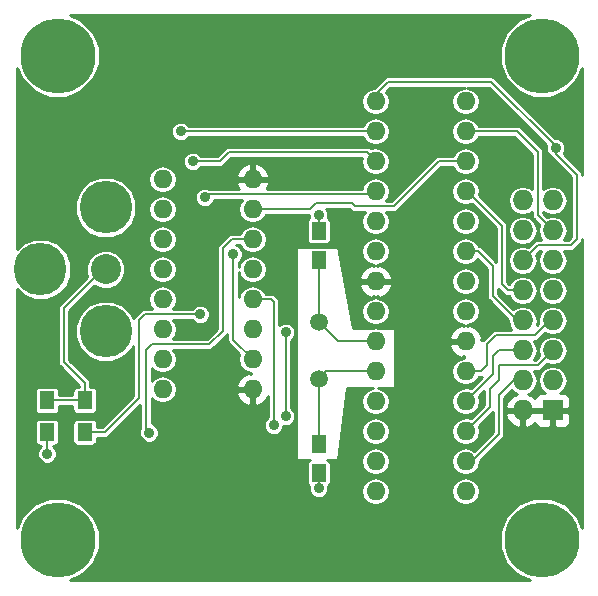
<source format=gtl>
G04 #@! TF.FileFunction,Copper,L1,Top,Signal*
%FSLAX46Y46*%
G04 Gerber Fmt 4.6, Leading zero omitted, Abs format (unit mm)*
G04 Created by KiCad (PCBNEW (after 2015-mar-04 BZR unknown)-product) date 11/11/2016 2:11:17 PM*
%MOMM*%
G01*
G04 APERTURE LIST*
%ADD10C,0.150000*%
%ADD11C,6.350000*%
%ADD12R,1.250000X1.500000*%
%ADD13R,1.727200X1.727200*%
%ADD14O,1.727200X1.727200*%
%ADD15R,1.300000X1.500000*%
%ADD16O,1.600000X1.600000*%
%ADD17C,1.501140*%
%ADD18C,4.445000*%
%ADD19C,2.540000*%
%ADD20C,0.889000*%
%ADD21C,0.203200*%
%ADD22C,0.254000*%
G04 APERTURE END LIST*
D10*
D11*
X200000000Y-125000000D03*
X159000000Y-125000000D03*
X200000000Y-84000000D03*
X159000000Y-84000000D03*
D12*
X181102000Y-101326000D03*
X181102000Y-98826000D03*
X181102000Y-116860000D03*
X181102000Y-119360000D03*
D13*
X200914000Y-114046000D03*
D14*
X198374000Y-114046000D03*
X200914000Y-111506000D03*
X198374000Y-111506000D03*
X200914000Y-108966000D03*
X198374000Y-108966000D03*
X200914000Y-106426000D03*
X198374000Y-106426000D03*
X200914000Y-103886000D03*
X198374000Y-103886000D03*
X200914000Y-101346000D03*
X198374000Y-101346000D03*
X200914000Y-98806000D03*
X198374000Y-98806000D03*
X200914000Y-96266000D03*
X198374000Y-96266000D03*
D15*
X158115000Y-113204000D03*
X158115000Y-115904000D03*
X161290000Y-113204000D03*
X161290000Y-115904000D03*
D16*
X185928000Y-87884000D03*
X185928000Y-90424000D03*
X185928000Y-92964000D03*
X185928000Y-95504000D03*
X185928000Y-98044000D03*
X185928000Y-100584000D03*
X185928000Y-103124000D03*
X185928000Y-105664000D03*
X185928000Y-108204000D03*
X185928000Y-110744000D03*
X185928000Y-113284000D03*
X185928000Y-115824000D03*
X185928000Y-118364000D03*
X185928000Y-120904000D03*
X193548000Y-120904000D03*
X193548000Y-118364000D03*
X193548000Y-115824000D03*
X193548000Y-113284000D03*
X193548000Y-110744000D03*
X193548000Y-108204000D03*
X193548000Y-105664000D03*
X193548000Y-103124000D03*
X193548000Y-100584000D03*
X193548000Y-98044000D03*
X193548000Y-95504000D03*
X193548000Y-92964000D03*
X193548000Y-90424000D03*
X193548000Y-87884000D03*
X167894000Y-94488000D03*
X167894000Y-97028000D03*
X167894000Y-99568000D03*
X167894000Y-102108000D03*
X167894000Y-104648000D03*
X167894000Y-107188000D03*
X167894000Y-109728000D03*
X167894000Y-112268000D03*
X175514000Y-112268000D03*
X175514000Y-109728000D03*
X175514000Y-107188000D03*
X175514000Y-104648000D03*
X175514000Y-102108000D03*
X175514000Y-99568000D03*
X175514000Y-97028000D03*
X175514000Y-94488000D03*
D17*
X181102000Y-111406940D03*
X181102000Y-106525060D03*
D18*
X157556200Y-102108000D03*
X163068000Y-107353100D03*
X163068000Y-96862900D03*
D19*
X163068000Y-102108000D03*
D20*
X181102000Y-120650000D03*
X181102000Y-97536000D03*
X197231000Y-91821000D03*
X188468000Y-89154000D03*
X158115000Y-117729000D03*
X171069000Y-105918000D03*
X169418000Y-90424000D03*
X170434000Y-92964000D03*
X171450000Y-96012000D03*
X173863000Y-100838000D03*
X178308000Y-114554000D03*
X178308000Y-107442000D03*
X177292000Y-115316000D03*
X166751000Y-115951000D03*
X201168000Y-91821000D03*
D21*
X181102000Y-101326000D02*
X181102000Y-106525060D01*
X185928000Y-108204000D02*
X182780940Y-108204000D01*
X182780940Y-108204000D02*
X181102000Y-106525060D01*
X181102000Y-119360000D02*
X181102000Y-120650000D01*
X181102000Y-98826000D02*
X181102000Y-97536000D01*
X185928000Y-110744000D02*
X181764940Y-110744000D01*
X181764940Y-110744000D02*
X181102000Y-111406940D01*
X181102000Y-111406940D02*
X181102000Y-116860000D01*
X198374000Y-111506000D02*
X197612000Y-111506000D01*
X197612000Y-111506000D02*
X196342000Y-112776000D01*
X196342000Y-112776000D02*
X196342000Y-116078000D01*
X196342000Y-116078000D02*
X194056000Y-118364000D01*
X194056000Y-118364000D02*
X193548000Y-118364000D01*
X200914000Y-108966000D02*
X199644000Y-110236000D01*
X195580000Y-113792000D02*
X193548000Y-115824000D01*
X195580000Y-112268000D02*
X195580000Y-113792000D01*
X196342000Y-111506000D02*
X195580000Y-112268000D01*
X196342000Y-110236000D02*
X196342000Y-111506000D01*
X197866000Y-110236000D02*
X196342000Y-110236000D01*
X199644000Y-110236000D02*
X197866000Y-110236000D01*
X198374000Y-108966000D02*
X196342000Y-108966000D01*
X195834000Y-110998000D02*
X193548000Y-113284000D01*
X195834000Y-109474000D02*
X195834000Y-110998000D01*
X196342000Y-108966000D02*
X195834000Y-109474000D01*
X200914000Y-106426000D02*
X200660000Y-106426000D01*
X200660000Y-106426000D02*
X199390000Y-107696000D01*
X199390000Y-107696000D02*
X196088000Y-107696000D01*
X196088000Y-107696000D02*
X195326000Y-108458000D01*
X195326000Y-108458000D02*
X195326000Y-110236000D01*
X195326000Y-110236000D02*
X194818000Y-110744000D01*
X194818000Y-110744000D02*
X193548000Y-110744000D01*
X198374000Y-106426000D02*
X197866000Y-106426000D01*
X197866000Y-106426000D02*
X195834000Y-104394000D01*
X195834000Y-104394000D02*
X195834000Y-101854000D01*
X195834000Y-101854000D02*
X194564000Y-100584000D01*
X194564000Y-100584000D02*
X193548000Y-100584000D01*
X198374000Y-103886000D02*
X197104000Y-103886000D01*
X196596000Y-103378000D02*
X196596000Y-101727000D01*
X197104000Y-103886000D02*
X196596000Y-103378000D01*
X196596000Y-98425000D02*
X196596000Y-101727000D01*
X193675000Y-95504000D02*
X196596000Y-98425000D01*
X193548000Y-95504000D02*
X193675000Y-95504000D01*
X200914000Y-98806000D02*
X199644000Y-97536000D01*
X197866000Y-90424000D02*
X193548000Y-90424000D01*
X199644000Y-92202000D02*
X197866000Y-90424000D01*
X199644000Y-97536000D02*
X199644000Y-92202000D01*
X163068000Y-102108000D02*
X162814000Y-102108000D01*
X162814000Y-102108000D02*
X159512000Y-105410000D01*
X159512000Y-105410000D02*
X159512000Y-109982000D01*
X159512000Y-109982000D02*
X161290000Y-111760000D01*
X161290000Y-111760000D02*
X161290000Y-113204000D01*
X158115000Y-113204000D02*
X161290000Y-113204000D01*
X158115000Y-117729000D02*
X158115000Y-115904000D01*
X169545000Y-105918000D02*
X166370000Y-105918000D01*
X165862000Y-113030000D02*
X162988000Y-115904000D01*
X165862000Y-106426000D02*
X165862000Y-113030000D01*
X166370000Y-105918000D02*
X165862000Y-106426000D01*
X162988000Y-115904000D02*
X161290000Y-115904000D01*
X171069000Y-105918000D02*
X169545000Y-105918000D01*
X161290000Y-115904000D02*
X161290000Y-116586000D01*
X162988000Y-115904000D02*
X161290000Y-115904000D01*
X167894000Y-97028000D02*
X168148000Y-97028000D01*
X169418000Y-90424000D02*
X185928000Y-90424000D01*
X170434000Y-92964000D02*
X172720000Y-92964000D01*
X185166000Y-92202000D02*
X185928000Y-92964000D01*
X173482000Y-92202000D02*
X185166000Y-92202000D01*
X172720000Y-92964000D02*
X173482000Y-92202000D01*
X167894000Y-99568000D02*
X168148000Y-99568000D01*
X167894000Y-102108000D02*
X168148000Y-102108000D01*
X171704000Y-95758000D02*
X185674000Y-95758000D01*
X171450000Y-96012000D02*
X171704000Y-95758000D01*
X185674000Y-95758000D02*
X185928000Y-95504000D01*
X167894000Y-104648000D02*
X168656000Y-104648000D01*
X173863000Y-106680000D02*
X173863000Y-108077000D01*
X173863000Y-108077000D02*
X175514000Y-109728000D01*
X173863000Y-100838000D02*
X173863000Y-106680000D01*
X178308000Y-107442000D02*
X178308000Y-114554000D01*
X177038000Y-104648000D02*
X175514000Y-104648000D01*
X177292000Y-104902000D02*
X177038000Y-104648000D01*
X177292000Y-115316000D02*
X177292000Y-104902000D01*
X172974000Y-106680000D02*
X172974000Y-107315000D01*
X166497000Y-115697000D02*
X166751000Y-115951000D01*
X166497000Y-108966000D02*
X166497000Y-115697000D01*
X167005000Y-108458000D02*
X166497000Y-108966000D01*
X171831000Y-108458000D02*
X167005000Y-108458000D01*
X172974000Y-107315000D02*
X171831000Y-108458000D01*
X175514000Y-99568000D02*
X173736000Y-99568000D01*
X172974000Y-100330000D02*
X172974000Y-106680000D01*
X173736000Y-99568000D02*
X172974000Y-100330000D01*
X175260000Y-99568000D02*
X175514000Y-99568000D01*
X175514000Y-97028000D02*
X180340000Y-97028000D01*
X191262000Y-92964000D02*
X193548000Y-92964000D01*
X187452000Y-96774000D02*
X191262000Y-92964000D01*
X184150000Y-96774000D02*
X187452000Y-96774000D01*
X183896000Y-96520000D02*
X184150000Y-96774000D01*
X180848000Y-96520000D02*
X183896000Y-96520000D01*
X180340000Y-97028000D02*
X180848000Y-96520000D01*
X201168000Y-91821000D02*
X201168000Y-92329000D01*
X199644000Y-100076000D02*
X198374000Y-101346000D01*
X202438000Y-100076000D02*
X199644000Y-100076000D01*
X202946000Y-99568000D02*
X202438000Y-100076000D01*
X202946000Y-94107000D02*
X202946000Y-99568000D01*
X201168000Y-92329000D02*
X202946000Y-94107000D01*
X185928000Y-87884000D02*
X185928000Y-87249000D01*
X185928000Y-87249000D02*
X186944000Y-86233000D01*
X186944000Y-86233000D02*
X195707000Y-86233000D01*
X195707000Y-86233000D02*
X201168000Y-91694000D01*
X201168000Y-91694000D02*
X201168000Y-91821000D01*
D22*
G36*
X203428500Y-123985706D02*
X203016388Y-122988319D01*
X202412600Y-122383476D01*
X202412600Y-115035910D01*
X202412600Y-114783291D01*
X202412600Y-114331750D01*
X202412600Y-113760250D01*
X202412600Y-113308709D01*
X202412600Y-113056090D01*
X202315927Y-112822701D01*
X202137298Y-112644073D01*
X201903909Y-112547400D01*
X201576992Y-112547400D01*
X201818448Y-112386065D01*
X202088243Y-111982288D01*
X202182983Y-111506000D01*
X202088243Y-111029712D01*
X201818448Y-110625935D01*
X201414671Y-110356140D01*
X200938383Y-110261400D01*
X200889617Y-110261400D01*
X200413329Y-110356140D01*
X200009552Y-110625935D01*
X199739757Y-111029712D01*
X199645017Y-111506000D01*
X199739757Y-111982288D01*
X200009552Y-112386065D01*
X200251007Y-112547400D01*
X199924091Y-112547400D01*
X199690702Y-112644073D01*
X199512073Y-112822701D01*
X199429471Y-113022119D01*
X199262490Y-112839179D01*
X198872338Y-112656323D01*
X198874671Y-112655860D01*
X199278448Y-112386065D01*
X199548243Y-111982288D01*
X199642983Y-111506000D01*
X199548243Y-111029712D01*
X199340364Y-110718600D01*
X199644000Y-110718600D01*
X199828683Y-110681864D01*
X199985250Y-110577250D01*
X200441113Y-110121386D01*
X200889617Y-110210600D01*
X200938383Y-110210600D01*
X201414671Y-110115860D01*
X201818448Y-109846065D01*
X202088243Y-109442288D01*
X202182983Y-108966000D01*
X202088243Y-108489712D01*
X201818448Y-108085935D01*
X201414671Y-107816140D01*
X200938383Y-107721400D01*
X200889617Y-107721400D01*
X200413329Y-107816140D01*
X200009552Y-108085935D01*
X199739757Y-108489712D01*
X199645017Y-108966000D01*
X199739757Y-109442288D01*
X199745947Y-109451552D01*
X199444100Y-109753400D01*
X199340364Y-109753400D01*
X199548243Y-109442288D01*
X199642983Y-108966000D01*
X199548243Y-108489712D01*
X199340364Y-108178600D01*
X199390000Y-108178600D01*
X199574683Y-108141864D01*
X199731250Y-108037250D01*
X200281035Y-107487464D01*
X200413329Y-107575860D01*
X200889617Y-107670600D01*
X200938383Y-107670600D01*
X201414671Y-107575860D01*
X201818448Y-107306065D01*
X202088243Y-106902288D01*
X202182983Y-106426000D01*
X202182983Y-103886000D01*
X202088243Y-103409712D01*
X201818448Y-103005935D01*
X201414671Y-102736140D01*
X200938383Y-102641400D01*
X200889617Y-102641400D01*
X200413329Y-102736140D01*
X200009552Y-103005935D01*
X199739757Y-103409712D01*
X199645017Y-103886000D01*
X199739757Y-104362288D01*
X200009552Y-104766065D01*
X200413329Y-105035860D01*
X200889617Y-105130600D01*
X200938383Y-105130600D01*
X201414671Y-105035860D01*
X201818448Y-104766065D01*
X202088243Y-104362288D01*
X202182983Y-103886000D01*
X202182983Y-106426000D01*
X202088243Y-105949712D01*
X201818448Y-105545935D01*
X201414671Y-105276140D01*
X200938383Y-105181400D01*
X200889617Y-105181400D01*
X200413329Y-105276140D01*
X200009552Y-105545935D01*
X199739757Y-105949712D01*
X199645017Y-106426000D01*
X199700179Y-106703320D01*
X199559920Y-106843579D01*
X199642983Y-106426000D01*
X199548243Y-105949712D01*
X199278448Y-105545935D01*
X198874671Y-105276140D01*
X198398383Y-105181400D01*
X198349617Y-105181400D01*
X197873329Y-105276140D01*
X197588773Y-105466273D01*
X196316600Y-104194100D01*
X196316600Y-103781099D01*
X196762747Y-104227246D01*
X196762750Y-104227250D01*
X196919317Y-104331864D01*
X197104000Y-104368600D01*
X197203974Y-104368600D01*
X197469552Y-104766065D01*
X197873329Y-105035860D01*
X198349617Y-105130600D01*
X198398383Y-105130600D01*
X198874671Y-105035860D01*
X199278448Y-104766065D01*
X199548243Y-104362288D01*
X199642983Y-103886000D01*
X199548243Y-103409712D01*
X199278448Y-103005935D01*
X198874671Y-102736140D01*
X198398383Y-102641400D01*
X198349617Y-102641400D01*
X197873329Y-102736140D01*
X197469552Y-103005935D01*
X197243998Y-103343499D01*
X197078600Y-103178100D01*
X197078600Y-101727000D01*
X197078600Y-98425005D01*
X197078600Y-98425000D01*
X197078601Y-98425000D01*
X197041864Y-98240317D01*
X196937250Y-98083750D01*
X194686662Y-95833162D01*
X194752137Y-95504000D01*
X194752137Y-92964000D01*
X194662239Y-92512051D01*
X194406230Y-92128907D01*
X194023086Y-91872898D01*
X193571137Y-91783000D01*
X193524863Y-91783000D01*
X193072914Y-91872898D01*
X192689770Y-92128907D01*
X192454241Y-92481400D01*
X191262005Y-92481400D01*
X191262000Y-92481399D01*
X191077317Y-92518136D01*
X190920750Y-92622750D01*
X187252100Y-96291400D01*
X186818097Y-96291400D01*
X187042239Y-95955949D01*
X187132137Y-95504000D01*
X187132137Y-92964000D01*
X187132137Y-90424000D01*
X187042239Y-89972051D01*
X186786230Y-89588907D01*
X186403086Y-89332898D01*
X185951137Y-89243000D01*
X185904863Y-89243000D01*
X185452914Y-89332898D01*
X185069770Y-89588907D01*
X184834241Y-89941400D01*
X170102658Y-89941400D01*
X169886219Y-89724583D01*
X169582923Y-89598643D01*
X169254518Y-89598357D01*
X168951002Y-89723767D01*
X168718583Y-89955781D01*
X168592643Y-90259077D01*
X168592357Y-90587482D01*
X168717767Y-90890998D01*
X168949781Y-91123417D01*
X169253077Y-91249357D01*
X169581482Y-91249643D01*
X169884998Y-91124233D01*
X170103010Y-90906600D01*
X184834241Y-90906600D01*
X185069770Y-91259093D01*
X185452914Y-91515102D01*
X185904863Y-91605000D01*
X185951137Y-91605000D01*
X186403086Y-91515102D01*
X186786230Y-91259093D01*
X187042239Y-90875949D01*
X187132137Y-90424000D01*
X187132137Y-92964000D01*
X187042239Y-92512051D01*
X186786230Y-92128907D01*
X186403086Y-91872898D01*
X185951137Y-91783000D01*
X185904863Y-91783000D01*
X185508367Y-91861867D01*
X185507250Y-91860750D01*
X185350683Y-91756136D01*
X185166000Y-91719400D01*
X173482005Y-91719400D01*
X173482000Y-91719399D01*
X173297317Y-91756136D01*
X173140750Y-91860750D01*
X172520100Y-92481400D01*
X171118658Y-92481400D01*
X170902219Y-92264583D01*
X170598923Y-92138643D01*
X170270518Y-92138357D01*
X169967002Y-92263767D01*
X169734583Y-92495781D01*
X169608643Y-92799077D01*
X169608357Y-93127482D01*
X169733767Y-93430998D01*
X169965781Y-93663417D01*
X170269077Y-93789357D01*
X170597482Y-93789643D01*
X170900998Y-93664233D01*
X171119010Y-93446600D01*
X172720000Y-93446600D01*
X172904683Y-93409864D01*
X173061250Y-93305250D01*
X173681900Y-92684600D01*
X184779438Y-92684600D01*
X184723863Y-92964000D01*
X184813761Y-93415949D01*
X185069770Y-93799093D01*
X185452914Y-94055102D01*
X185904863Y-94145000D01*
X185951137Y-94145000D01*
X186403086Y-94055102D01*
X186786230Y-93799093D01*
X187042239Y-93415949D01*
X187132137Y-92964000D01*
X187132137Y-95504000D01*
X187042239Y-95052051D01*
X186786230Y-94668907D01*
X186403086Y-94412898D01*
X185951137Y-94323000D01*
X185904863Y-94323000D01*
X185452914Y-94412898D01*
X185069770Y-94668907D01*
X184813761Y-95052051D01*
X184769334Y-95275400D01*
X176699768Y-95275400D01*
X176745041Y-95225423D01*
X176905904Y-94837039D01*
X176905904Y-94138961D01*
X176745041Y-93750577D01*
X176369134Y-93335611D01*
X175863041Y-93096086D01*
X175641000Y-93217371D01*
X175641000Y-94361000D01*
X176783915Y-94361000D01*
X176905904Y-94138961D01*
X176905904Y-94837039D01*
X176783915Y-94615000D01*
X175641000Y-94615000D01*
X175641000Y-94635000D01*
X175387000Y-94635000D01*
X175387000Y-94615000D01*
X175387000Y-94361000D01*
X175387000Y-93217371D01*
X175164959Y-93096086D01*
X174658866Y-93335611D01*
X174282959Y-93750577D01*
X174122096Y-94138961D01*
X174244085Y-94361000D01*
X175387000Y-94361000D01*
X175387000Y-94615000D01*
X174244085Y-94615000D01*
X174122096Y-94837039D01*
X174282959Y-95225423D01*
X174328231Y-95275400D01*
X171828672Y-95275400D01*
X171614923Y-95186643D01*
X171286518Y-95186357D01*
X170983002Y-95311767D01*
X170750583Y-95543781D01*
X170624643Y-95847077D01*
X170624357Y-96175482D01*
X170749767Y-96478998D01*
X170981781Y-96711417D01*
X171285077Y-96837357D01*
X171613482Y-96837643D01*
X171916998Y-96712233D01*
X172149417Y-96480219D01*
X172248915Y-96240600D01*
X174623902Y-96240600D01*
X174399761Y-96576051D01*
X174309863Y-97028000D01*
X174399761Y-97479949D01*
X174655770Y-97863093D01*
X175038914Y-98119102D01*
X175490863Y-98209000D01*
X175537137Y-98209000D01*
X175989086Y-98119102D01*
X176372230Y-97863093D01*
X176607758Y-97510600D01*
X180276521Y-97510600D01*
X180276357Y-97699482D01*
X180293454Y-97740862D01*
X180204044Y-97799596D01*
X180118574Y-97926216D01*
X180088536Y-98076000D01*
X180088536Y-99576000D01*
X180116722Y-99721274D01*
X180200596Y-99848956D01*
X180327216Y-99934426D01*
X180477000Y-99964464D01*
X181727000Y-99964464D01*
X181872274Y-99936278D01*
X181999956Y-99852404D01*
X182085426Y-99725784D01*
X182115464Y-99576000D01*
X182115464Y-98076000D01*
X182087278Y-97930726D01*
X182003404Y-97803044D01*
X181910884Y-97740592D01*
X181927357Y-97700923D01*
X181927643Y-97372518D01*
X181802233Y-97069002D01*
X181735946Y-97002600D01*
X183696100Y-97002600D01*
X183808750Y-97115250D01*
X183965317Y-97219864D01*
X184150000Y-97256600D01*
X185037902Y-97256600D01*
X184813761Y-97592051D01*
X184723863Y-98044000D01*
X184813761Y-98495949D01*
X185069770Y-98879093D01*
X185452914Y-99135102D01*
X185904863Y-99225000D01*
X185951137Y-99225000D01*
X186403086Y-99135102D01*
X186786230Y-98879093D01*
X187042239Y-98495949D01*
X187132137Y-98044000D01*
X187042239Y-97592051D01*
X186818097Y-97256600D01*
X187452000Y-97256600D01*
X187636683Y-97219864D01*
X187793250Y-97115250D01*
X191461900Y-93446600D01*
X192454241Y-93446600D01*
X192689770Y-93799093D01*
X193072914Y-94055102D01*
X193524863Y-94145000D01*
X193571137Y-94145000D01*
X194023086Y-94055102D01*
X194406230Y-93799093D01*
X194662239Y-93415949D01*
X194752137Y-92964000D01*
X194752137Y-95504000D01*
X194662239Y-95052051D01*
X194406230Y-94668907D01*
X194023086Y-94412898D01*
X193571137Y-94323000D01*
X193524863Y-94323000D01*
X193072914Y-94412898D01*
X192689770Y-94668907D01*
X192433761Y-95052051D01*
X192343863Y-95504000D01*
X192433761Y-95955949D01*
X192689770Y-96339093D01*
X193072914Y-96595102D01*
X193524863Y-96685000D01*
X193571137Y-96685000D01*
X194023086Y-96595102D01*
X194059362Y-96570862D01*
X196113400Y-98624900D01*
X196113400Y-101450900D01*
X194905250Y-100242750D01*
X194752137Y-100140443D01*
X194752137Y-98044000D01*
X194662239Y-97592051D01*
X194406230Y-97208907D01*
X194023086Y-96952898D01*
X193571137Y-96863000D01*
X193524863Y-96863000D01*
X193072914Y-96952898D01*
X192689770Y-97208907D01*
X192433761Y-97592051D01*
X192343863Y-98044000D01*
X192433761Y-98495949D01*
X192689770Y-98879093D01*
X193072914Y-99135102D01*
X193524863Y-99225000D01*
X193571137Y-99225000D01*
X194023086Y-99135102D01*
X194406230Y-98879093D01*
X194662239Y-98495949D01*
X194752137Y-98044000D01*
X194752137Y-100140443D01*
X194748683Y-100138136D01*
X194653677Y-100119238D01*
X194406230Y-99748907D01*
X194023086Y-99492898D01*
X193571137Y-99403000D01*
X193524863Y-99403000D01*
X193072914Y-99492898D01*
X192689770Y-99748907D01*
X192433761Y-100132051D01*
X192343863Y-100584000D01*
X192433761Y-101035949D01*
X192689770Y-101419093D01*
X193072914Y-101675102D01*
X193524863Y-101765000D01*
X193571137Y-101765000D01*
X194023086Y-101675102D01*
X194406230Y-101419093D01*
X194530544Y-101233044D01*
X195351400Y-102053900D01*
X195351400Y-104394000D01*
X195388136Y-104578683D01*
X195492750Y-104735250D01*
X197118038Y-106360538D01*
X197105017Y-106426000D01*
X197199757Y-106902288D01*
X197407635Y-107213400D01*
X196088005Y-107213400D01*
X196088000Y-107213399D01*
X195903317Y-107250136D01*
X195746750Y-107354750D01*
X194984750Y-108116750D01*
X194983000Y-108119369D01*
X194983000Y-108076998D01*
X194939904Y-108076998D01*
X194817916Y-108076998D01*
X194939904Y-107854961D01*
X194779041Y-107466577D01*
X194752137Y-107436877D01*
X194403134Y-107051611D01*
X193897041Y-106812086D01*
X193675002Y-106933369D01*
X193675002Y-106824340D01*
X194023086Y-106755102D01*
X194406230Y-106499093D01*
X194662239Y-106115949D01*
X194752137Y-105664000D01*
X194752137Y-103124000D01*
X194662239Y-102672051D01*
X194406230Y-102288907D01*
X194023086Y-102032898D01*
X193571137Y-101943000D01*
X193524863Y-101943000D01*
X193072914Y-102032898D01*
X192689770Y-102288907D01*
X192433761Y-102672051D01*
X192343863Y-103124000D01*
X192433761Y-103575949D01*
X192689770Y-103959093D01*
X193072914Y-104215102D01*
X193524863Y-104305000D01*
X193571137Y-104305000D01*
X194023086Y-104215102D01*
X194406230Y-103959093D01*
X194662239Y-103575949D01*
X194752137Y-103124000D01*
X194752137Y-105664000D01*
X194662239Y-105212051D01*
X194406230Y-104828907D01*
X194023086Y-104572898D01*
X193571137Y-104483000D01*
X193524863Y-104483000D01*
X193072914Y-104572898D01*
X192689770Y-104828907D01*
X192433761Y-105212051D01*
X192343863Y-105664000D01*
X192433761Y-106115949D01*
X192689770Y-106499093D01*
X193072914Y-106755102D01*
X193420998Y-106824340D01*
X193420998Y-106933369D01*
X193198959Y-106812086D01*
X192692866Y-107051611D01*
X192316959Y-107466577D01*
X192156096Y-107854961D01*
X192278085Y-108077000D01*
X193421000Y-108077000D01*
X193421000Y-108057000D01*
X193675000Y-108057000D01*
X193675000Y-108077000D01*
X193695000Y-108077000D01*
X193695000Y-108331000D01*
X193675000Y-108331000D01*
X193675000Y-108351000D01*
X193421000Y-108351000D01*
X193421000Y-108331000D01*
X192278085Y-108331000D01*
X192156096Y-108553039D01*
X192316959Y-108941423D01*
X192692866Y-109356389D01*
X193198959Y-109595914D01*
X193420998Y-109474630D01*
X193420998Y-109583659D01*
X193072914Y-109652898D01*
X192689770Y-109908907D01*
X192433761Y-110292051D01*
X192343863Y-110744000D01*
X192433761Y-111195949D01*
X192689770Y-111579093D01*
X193072914Y-111835102D01*
X193524863Y-111925000D01*
X193571137Y-111925000D01*
X194023086Y-111835102D01*
X194406230Y-111579093D01*
X194641758Y-111226600D01*
X194818000Y-111226600D01*
X194948947Y-111200552D01*
X193967632Y-112181867D01*
X193571137Y-112103000D01*
X193524863Y-112103000D01*
X193072914Y-112192898D01*
X192689770Y-112448907D01*
X192433761Y-112832051D01*
X192343863Y-113284000D01*
X192433761Y-113735949D01*
X192689770Y-114119093D01*
X193072914Y-114375102D01*
X193524863Y-114465000D01*
X193571137Y-114465000D01*
X194023086Y-114375102D01*
X194406230Y-114119093D01*
X194662239Y-113735949D01*
X194752137Y-113284000D01*
X194665592Y-112848907D01*
X195097400Y-112417100D01*
X195097400Y-113592100D01*
X193967632Y-114721867D01*
X193571137Y-114643000D01*
X193524863Y-114643000D01*
X193072914Y-114732898D01*
X192689770Y-114988907D01*
X192433761Y-115372051D01*
X192343863Y-115824000D01*
X192433761Y-116275949D01*
X192689770Y-116659093D01*
X193072914Y-116915102D01*
X193524863Y-117005000D01*
X193571137Y-117005000D01*
X194023086Y-116915102D01*
X194406230Y-116659093D01*
X194662239Y-116275949D01*
X194752137Y-115824000D01*
X194665592Y-115388907D01*
X195859400Y-114195100D01*
X195859400Y-115878100D01*
X194287755Y-117449744D01*
X194023086Y-117272898D01*
X193571137Y-117183000D01*
X193524863Y-117183000D01*
X193072914Y-117272898D01*
X192689770Y-117528907D01*
X192433761Y-117912051D01*
X192343863Y-118364000D01*
X192433761Y-118815949D01*
X192689770Y-119199093D01*
X193072914Y-119455102D01*
X193524863Y-119545000D01*
X193571137Y-119545000D01*
X194023086Y-119455102D01*
X194406230Y-119199093D01*
X194662239Y-118815949D01*
X194752137Y-118364000D01*
X194749874Y-118352625D01*
X196683250Y-116419250D01*
X196787864Y-116262683D01*
X196824600Y-116078000D01*
X196824600Y-112975900D01*
X197447475Y-112353024D01*
X197469552Y-112386065D01*
X197873329Y-112655860D01*
X197875661Y-112656323D01*
X197485510Y-112839179D01*
X197091312Y-113271053D01*
X196919042Y-113686974D01*
X197040183Y-113919000D01*
X198247000Y-113919000D01*
X198247000Y-113899000D01*
X198501000Y-113899000D01*
X198501000Y-113919000D01*
X199574150Y-113919000D01*
X199707817Y-113919000D01*
X200787000Y-113919000D01*
X200787000Y-113899000D01*
X201041000Y-113899000D01*
X201041000Y-113919000D01*
X202253850Y-113919000D01*
X202412600Y-113760250D01*
X202412600Y-114331750D01*
X202253850Y-114173000D01*
X201041000Y-114173000D01*
X201041000Y-115385850D01*
X201199750Y-115544600D01*
X201903909Y-115544600D01*
X202137298Y-115447927D01*
X202315927Y-115269299D01*
X202412600Y-115035910D01*
X202412600Y-122383476D01*
X202016942Y-121987128D01*
X200787000Y-121476411D01*
X200787000Y-115385850D01*
X200787000Y-114173000D01*
X199707817Y-114173000D01*
X199574150Y-114173000D01*
X198501000Y-114173000D01*
X198501000Y-115380469D01*
X198733027Y-115500968D01*
X199262490Y-115252821D01*
X199429471Y-115069880D01*
X199512073Y-115269299D01*
X199690702Y-115447927D01*
X199924091Y-115544600D01*
X200628250Y-115544600D01*
X200787000Y-115385850D01*
X200787000Y-121476411D01*
X200710435Y-121444619D01*
X199295771Y-121443384D01*
X198247000Y-121876727D01*
X198247000Y-115380469D01*
X198247000Y-114173000D01*
X197040183Y-114173000D01*
X196919042Y-114405026D01*
X197091312Y-114820947D01*
X197485510Y-115252821D01*
X198014973Y-115500968D01*
X198247000Y-115380469D01*
X198247000Y-121876727D01*
X197988319Y-121983612D01*
X196987128Y-122983058D01*
X196444619Y-124289565D01*
X196443384Y-125704229D01*
X196983612Y-127011681D01*
X197983058Y-128012872D01*
X198984001Y-128428500D01*
X194752137Y-128428500D01*
X194752137Y-120904000D01*
X194662239Y-120452051D01*
X194406230Y-120068907D01*
X194023086Y-119812898D01*
X193571137Y-119723000D01*
X193524863Y-119723000D01*
X193072914Y-119812898D01*
X192689770Y-120068907D01*
X192433761Y-120452051D01*
X192343863Y-120904000D01*
X192433761Y-121355949D01*
X192689770Y-121739093D01*
X193072914Y-121995102D01*
X193524863Y-122085000D01*
X193571137Y-122085000D01*
X194023086Y-121995102D01*
X194406230Y-121739093D01*
X194662239Y-121355949D01*
X194752137Y-120904000D01*
X194752137Y-128428500D01*
X187579000Y-128428500D01*
X187579000Y-112141000D01*
X187579000Y-107061000D01*
X187319904Y-107061000D01*
X187319904Y-103473039D01*
X187319904Y-102774961D01*
X187159041Y-102386577D01*
X187132137Y-102356877D01*
X186783134Y-101971611D01*
X186277041Y-101732086D01*
X186055002Y-101853369D01*
X186055002Y-101744340D01*
X186403086Y-101675102D01*
X186786230Y-101419093D01*
X187042239Y-101035949D01*
X187132137Y-100584000D01*
X187042239Y-100132051D01*
X186786230Y-99748907D01*
X186403086Y-99492898D01*
X185951137Y-99403000D01*
X185904863Y-99403000D01*
X185452914Y-99492898D01*
X185069770Y-99748907D01*
X184813761Y-100132051D01*
X184723863Y-100584000D01*
X184813761Y-101035949D01*
X185069770Y-101419093D01*
X185452914Y-101675102D01*
X185800998Y-101744340D01*
X185800998Y-101853369D01*
X185578959Y-101732086D01*
X185072866Y-101971611D01*
X184696959Y-102386577D01*
X184536096Y-102774961D01*
X184658085Y-102997000D01*
X185801000Y-102997000D01*
X185801000Y-102977000D01*
X186055000Y-102977000D01*
X186055000Y-102997000D01*
X187197915Y-102997000D01*
X187319904Y-102774961D01*
X187319904Y-103473039D01*
X187197915Y-103251000D01*
X186055000Y-103251000D01*
X186055000Y-103271000D01*
X185801000Y-103271000D01*
X185801000Y-103251000D01*
X184658085Y-103251000D01*
X184536096Y-103473039D01*
X184696959Y-103861423D01*
X185072866Y-104276389D01*
X185578959Y-104515914D01*
X185800998Y-104394630D01*
X185800998Y-104503659D01*
X185452914Y-104572898D01*
X185069770Y-104828907D01*
X184813761Y-105212051D01*
X184723863Y-105664000D01*
X184813761Y-106115949D01*
X185069770Y-106499093D01*
X185452914Y-106755102D01*
X185904863Y-106845000D01*
X185951137Y-106845000D01*
X186403086Y-106755102D01*
X186786230Y-106499093D01*
X187042239Y-106115949D01*
X187132137Y-105664000D01*
X187042239Y-105212051D01*
X186786230Y-104828907D01*
X186403086Y-104572898D01*
X186055002Y-104503659D01*
X186055002Y-104394630D01*
X186277041Y-104515914D01*
X186783134Y-104276389D01*
X187159041Y-103861423D01*
X187319904Y-103473039D01*
X187319904Y-107061000D01*
X187132137Y-107061000D01*
X186142176Y-107061000D01*
X185951137Y-107023000D01*
X185904863Y-107023000D01*
X185713823Y-107061000D01*
X184001641Y-107061000D01*
X182731641Y-100203000D01*
X181804110Y-100203000D01*
X181727000Y-100187536D01*
X180477000Y-100187536D01*
X180397296Y-100203000D01*
X179197000Y-100203000D01*
X179197000Y-118237000D01*
X180397296Y-118237000D01*
X180331726Y-118249722D01*
X180204044Y-118333596D01*
X180118574Y-118460216D01*
X180088536Y-118610000D01*
X180088536Y-120110000D01*
X180116722Y-120255274D01*
X180200596Y-120382956D01*
X180293115Y-120445407D01*
X180276643Y-120485077D01*
X180276357Y-120813482D01*
X180401767Y-121116998D01*
X180633781Y-121349417D01*
X180937077Y-121475357D01*
X181265482Y-121475643D01*
X181568998Y-121350233D01*
X181801417Y-121118219D01*
X181927357Y-120814923D01*
X181927643Y-120486518D01*
X181910545Y-120445137D01*
X181999956Y-120386404D01*
X182085426Y-120259784D01*
X182115464Y-120110000D01*
X182115464Y-118610000D01*
X182087278Y-118464726D01*
X182003404Y-118337044D01*
X181876784Y-118251574D01*
X181804110Y-118237000D01*
X182738113Y-118237000D01*
X183500113Y-112141000D01*
X185713823Y-112141000D01*
X185452914Y-112192898D01*
X185069770Y-112448907D01*
X184813761Y-112832051D01*
X184723863Y-113284000D01*
X184813761Y-113735949D01*
X185069770Y-114119093D01*
X185452914Y-114375102D01*
X185904863Y-114465000D01*
X185951137Y-114465000D01*
X186403086Y-114375102D01*
X186786230Y-114119093D01*
X187042239Y-113735949D01*
X187132137Y-113284000D01*
X187042239Y-112832051D01*
X186786230Y-112448907D01*
X186403086Y-112192898D01*
X186142176Y-112141000D01*
X187579000Y-112141000D01*
X187579000Y-128428500D01*
X187132137Y-128428500D01*
X187132137Y-120904000D01*
X187132137Y-118364000D01*
X187132137Y-115824000D01*
X187042239Y-115372051D01*
X186786230Y-114988907D01*
X186403086Y-114732898D01*
X185951137Y-114643000D01*
X185904863Y-114643000D01*
X185452914Y-114732898D01*
X185069770Y-114988907D01*
X184813761Y-115372051D01*
X184723863Y-115824000D01*
X184813761Y-116275949D01*
X185069770Y-116659093D01*
X185452914Y-116915102D01*
X185904863Y-117005000D01*
X185951137Y-117005000D01*
X186403086Y-116915102D01*
X186786230Y-116659093D01*
X187042239Y-116275949D01*
X187132137Y-115824000D01*
X187132137Y-118364000D01*
X187042239Y-117912051D01*
X186786230Y-117528907D01*
X186403086Y-117272898D01*
X185951137Y-117183000D01*
X185904863Y-117183000D01*
X185452914Y-117272898D01*
X185069770Y-117528907D01*
X184813761Y-117912051D01*
X184723863Y-118364000D01*
X184813761Y-118815949D01*
X185069770Y-119199093D01*
X185452914Y-119455102D01*
X185904863Y-119545000D01*
X185951137Y-119545000D01*
X186403086Y-119455102D01*
X186786230Y-119199093D01*
X187042239Y-118815949D01*
X187132137Y-118364000D01*
X187132137Y-120904000D01*
X187042239Y-120452051D01*
X186786230Y-120068907D01*
X186403086Y-119812898D01*
X185951137Y-119723000D01*
X185904863Y-119723000D01*
X185452914Y-119812898D01*
X185069770Y-120068907D01*
X184813761Y-120452051D01*
X184723863Y-120904000D01*
X184813761Y-121355949D01*
X185069770Y-121739093D01*
X185452914Y-121995102D01*
X185904863Y-122085000D01*
X185951137Y-122085000D01*
X186403086Y-121995102D01*
X186786230Y-121739093D01*
X187042239Y-121355949D01*
X187132137Y-120904000D01*
X187132137Y-128428500D01*
X179133643Y-128428500D01*
X179133643Y-114390518D01*
X179008233Y-114087002D01*
X178790600Y-113868989D01*
X178790600Y-108126658D01*
X179007417Y-107910219D01*
X179133357Y-107606923D01*
X179133643Y-107278518D01*
X179008233Y-106975002D01*
X178776219Y-106742583D01*
X178472923Y-106616643D01*
X178144518Y-106616357D01*
X177841002Y-106741767D01*
X177774600Y-106808053D01*
X177774600Y-104902000D01*
X177737864Y-104717317D01*
X177633250Y-104560750D01*
X177379250Y-104306750D01*
X177222683Y-104202136D01*
X177038000Y-104165400D01*
X176607758Y-104165400D01*
X176372230Y-103812907D01*
X175989086Y-103556898D01*
X175537137Y-103467000D01*
X175490863Y-103467000D01*
X175038914Y-103556898D01*
X174655770Y-103812907D01*
X174399761Y-104196051D01*
X174345600Y-104468337D01*
X174345600Y-102287662D01*
X174399761Y-102559949D01*
X174655770Y-102943093D01*
X175038914Y-103199102D01*
X175490863Y-103289000D01*
X175537137Y-103289000D01*
X175989086Y-103199102D01*
X176372230Y-102943093D01*
X176628239Y-102559949D01*
X176718137Y-102108000D01*
X176628239Y-101656051D01*
X176372230Y-101272907D01*
X175989086Y-101016898D01*
X175537137Y-100927000D01*
X175490863Y-100927000D01*
X175038914Y-101016898D01*
X174655770Y-101272907D01*
X174399761Y-101656051D01*
X174345600Y-101928337D01*
X174345600Y-101522658D01*
X174562417Y-101306219D01*
X174688357Y-101002923D01*
X174688643Y-100674518D01*
X174563233Y-100371002D01*
X174331219Y-100138583D01*
X174119333Y-100050600D01*
X174420241Y-100050600D01*
X174655770Y-100403093D01*
X175038914Y-100659102D01*
X175490863Y-100749000D01*
X175537137Y-100749000D01*
X175989086Y-100659102D01*
X176372230Y-100403093D01*
X176628239Y-100019949D01*
X176718137Y-99568000D01*
X176628239Y-99116051D01*
X176372230Y-98732907D01*
X175989086Y-98476898D01*
X175537137Y-98387000D01*
X175490863Y-98387000D01*
X175038914Y-98476898D01*
X174655770Y-98732907D01*
X174420241Y-99085400D01*
X173736005Y-99085400D01*
X173736000Y-99085399D01*
X173551317Y-99122136D01*
X173394750Y-99226750D01*
X172632750Y-99988750D01*
X172528136Y-100145317D01*
X172491400Y-100330000D01*
X172491400Y-106680000D01*
X172491400Y-107115100D01*
X171631100Y-107975400D01*
X168784097Y-107975400D01*
X169008239Y-107639949D01*
X169098137Y-107188000D01*
X169008239Y-106736051D01*
X168784097Y-106400600D01*
X169545000Y-106400600D01*
X170384341Y-106400600D01*
X170600781Y-106617417D01*
X170904077Y-106743357D01*
X171232482Y-106743643D01*
X171535998Y-106618233D01*
X171768417Y-106386219D01*
X171894357Y-106082923D01*
X171894643Y-105754518D01*
X171769233Y-105451002D01*
X171537219Y-105218583D01*
X171233923Y-105092643D01*
X170905518Y-105092357D01*
X170602002Y-105217767D01*
X170383989Y-105435400D01*
X169545000Y-105435400D01*
X168784097Y-105435400D01*
X169008239Y-105099949D01*
X169044249Y-104918909D01*
X169101864Y-104832683D01*
X169138600Y-104648000D01*
X169101864Y-104463317D01*
X169098137Y-104457739D01*
X169098137Y-102108000D01*
X169098137Y-99568000D01*
X169098137Y-97028000D01*
X169098137Y-94488000D01*
X169008239Y-94036051D01*
X168752230Y-93652907D01*
X168369086Y-93396898D01*
X167917137Y-93307000D01*
X167870863Y-93307000D01*
X167418914Y-93396898D01*
X167035770Y-93652907D01*
X166779761Y-94036051D01*
X166689863Y-94488000D01*
X166779761Y-94939949D01*
X167035770Y-95323093D01*
X167418914Y-95579102D01*
X167870863Y-95669000D01*
X167917137Y-95669000D01*
X168369086Y-95579102D01*
X168752230Y-95323093D01*
X169008239Y-94939949D01*
X169098137Y-94488000D01*
X169098137Y-97028000D01*
X169008239Y-96576051D01*
X168752230Y-96192907D01*
X168369086Y-95936898D01*
X167917137Y-95847000D01*
X167870863Y-95847000D01*
X167418914Y-95936898D01*
X167035770Y-96192907D01*
X166779761Y-96576051D01*
X166689863Y-97028000D01*
X166779761Y-97479949D01*
X167035770Y-97863093D01*
X167418914Y-98119102D01*
X167870863Y-98209000D01*
X167917137Y-98209000D01*
X168369086Y-98119102D01*
X168752230Y-97863093D01*
X169008239Y-97479949D01*
X169098137Y-97028000D01*
X169098137Y-99568000D01*
X169008239Y-99116051D01*
X168752230Y-98732907D01*
X168369086Y-98476898D01*
X167917137Y-98387000D01*
X167870863Y-98387000D01*
X167418914Y-98476898D01*
X167035770Y-98732907D01*
X166779761Y-99116051D01*
X166689863Y-99568000D01*
X166779761Y-100019949D01*
X167035770Y-100403093D01*
X167418914Y-100659102D01*
X167870863Y-100749000D01*
X167917137Y-100749000D01*
X168369086Y-100659102D01*
X168752230Y-100403093D01*
X169008239Y-100019949D01*
X169098137Y-99568000D01*
X169098137Y-102108000D01*
X169008239Y-101656051D01*
X168752230Y-101272907D01*
X168369086Y-101016898D01*
X167917137Y-100927000D01*
X167870863Y-100927000D01*
X167418914Y-101016898D01*
X167035770Y-101272907D01*
X166779761Y-101656051D01*
X166689863Y-102108000D01*
X166779761Y-102559949D01*
X167035770Y-102943093D01*
X167418914Y-103199102D01*
X167870863Y-103289000D01*
X167917137Y-103289000D01*
X168369086Y-103199102D01*
X168752230Y-102943093D01*
X169008239Y-102559949D01*
X169098137Y-102108000D01*
X169098137Y-104457739D01*
X169044249Y-104377090D01*
X169008239Y-104196051D01*
X168752230Y-103812907D01*
X168369086Y-103556898D01*
X167917137Y-103467000D01*
X167870863Y-103467000D01*
X167418914Y-103556898D01*
X167035770Y-103812907D01*
X166779761Y-104196051D01*
X166689863Y-104648000D01*
X166779761Y-105099949D01*
X167003902Y-105435400D01*
X166370000Y-105435400D01*
X166185317Y-105472136D01*
X166028750Y-105576750D01*
X166028747Y-105576753D01*
X165671951Y-105933549D01*
X165671951Y-96347304D01*
X165276427Y-95390062D01*
X164544690Y-94657047D01*
X163588140Y-94259853D01*
X162552404Y-94258949D01*
X161595162Y-94654473D01*
X160862147Y-95386210D01*
X160464953Y-96342760D01*
X160464049Y-97378496D01*
X160859573Y-98335738D01*
X161591310Y-99068753D01*
X162547860Y-99465947D01*
X163583596Y-99466851D01*
X164540838Y-99071327D01*
X165273853Y-98339590D01*
X165671047Y-97383040D01*
X165671951Y-96347304D01*
X165671951Y-105933549D01*
X165520750Y-106084750D01*
X165421991Y-106232554D01*
X165276427Y-105880262D01*
X164719286Y-105322147D01*
X164719286Y-101781037D01*
X164468466Y-101174005D01*
X164004437Y-100709166D01*
X163397845Y-100457287D01*
X162741037Y-100456714D01*
X162134005Y-100707534D01*
X161669166Y-101171563D01*
X161417287Y-101778155D01*
X161416714Y-102434963D01*
X161530106Y-102709393D01*
X159170750Y-105068750D01*
X159066136Y-105225317D01*
X159029400Y-105410000D01*
X159029400Y-109982000D01*
X159066136Y-110166683D01*
X159170750Y-110323250D01*
X160807400Y-111959900D01*
X160807400Y-112065536D01*
X160640000Y-112065536D01*
X160494726Y-112093722D01*
X160367044Y-112177596D01*
X160281574Y-112304216D01*
X160251536Y-112454000D01*
X160251536Y-112721400D01*
X159153464Y-112721400D01*
X159153464Y-112454000D01*
X159125278Y-112308726D01*
X159041404Y-112181044D01*
X158914784Y-112095574D01*
X158765000Y-112065536D01*
X157465000Y-112065536D01*
X157319726Y-112093722D01*
X157192044Y-112177596D01*
X157106574Y-112304216D01*
X157076536Y-112454000D01*
X157076536Y-113954000D01*
X157104722Y-114099274D01*
X157188596Y-114226956D01*
X157315216Y-114312426D01*
X157465000Y-114342464D01*
X158765000Y-114342464D01*
X158910274Y-114314278D01*
X159037956Y-114230404D01*
X159123426Y-114103784D01*
X159153464Y-113954000D01*
X159153464Y-113686600D01*
X160251536Y-113686600D01*
X160251536Y-113954000D01*
X160279722Y-114099274D01*
X160363596Y-114226956D01*
X160490216Y-114312426D01*
X160640000Y-114342464D01*
X161940000Y-114342464D01*
X162085274Y-114314278D01*
X162212956Y-114230404D01*
X162298426Y-114103784D01*
X162328464Y-113954000D01*
X162328464Y-112454000D01*
X162300278Y-112308726D01*
X162216404Y-112181044D01*
X162089784Y-112095574D01*
X161940000Y-112065536D01*
X161772600Y-112065536D01*
X161772600Y-111760005D01*
X161772600Y-111760000D01*
X161772601Y-111760000D01*
X161735864Y-111575317D01*
X161631250Y-111418750D01*
X159994600Y-109782100D01*
X159994600Y-105609900D01*
X162114629Y-103489870D01*
X162131563Y-103506834D01*
X162738155Y-103758713D01*
X163394963Y-103759286D01*
X164001995Y-103508466D01*
X164466834Y-103044437D01*
X164718713Y-102437845D01*
X164719286Y-101781037D01*
X164719286Y-105322147D01*
X164544690Y-105147247D01*
X163588140Y-104750053D01*
X162552404Y-104749149D01*
X161595162Y-105144673D01*
X160862147Y-105876410D01*
X160464953Y-106832960D01*
X160464049Y-107868696D01*
X160859573Y-108825938D01*
X161591310Y-109558953D01*
X162547860Y-109956147D01*
X163583596Y-109957051D01*
X164540838Y-109561527D01*
X165273853Y-108829790D01*
X165379400Y-108575604D01*
X165379400Y-112830100D01*
X162788100Y-115421400D01*
X162328464Y-115421400D01*
X162328464Y-115154000D01*
X162300278Y-115008726D01*
X162216404Y-114881044D01*
X162089784Y-114795574D01*
X161940000Y-114765536D01*
X160640000Y-114765536D01*
X160494726Y-114793722D01*
X160367044Y-114877596D01*
X160281574Y-115004216D01*
X160251536Y-115154000D01*
X160251536Y-116654000D01*
X160279722Y-116799274D01*
X160363596Y-116926956D01*
X160490216Y-117012426D01*
X160640000Y-117042464D01*
X161158606Y-117042464D01*
X161290000Y-117068600D01*
X161421393Y-117042464D01*
X161940000Y-117042464D01*
X162085274Y-117014278D01*
X162212956Y-116930404D01*
X162298426Y-116803784D01*
X162328464Y-116654000D01*
X162328464Y-116386600D01*
X162988000Y-116386600D01*
X163172683Y-116349864D01*
X163329250Y-116245250D01*
X166014400Y-113560100D01*
X166014400Y-115572327D01*
X165925643Y-115786077D01*
X165925357Y-116114482D01*
X166050767Y-116417998D01*
X166282781Y-116650417D01*
X166586077Y-116776357D01*
X166914482Y-116776643D01*
X167217998Y-116651233D01*
X167450417Y-116419219D01*
X167576357Y-116115923D01*
X167576643Y-115787518D01*
X167451233Y-115484002D01*
X167219219Y-115251583D01*
X166979600Y-115152084D01*
X166979600Y-113019028D01*
X167035770Y-113103093D01*
X167418914Y-113359102D01*
X167870863Y-113449000D01*
X167917137Y-113449000D01*
X168369086Y-113359102D01*
X168752230Y-113103093D01*
X169008239Y-112719949D01*
X169098137Y-112268000D01*
X169008239Y-111816051D01*
X168752230Y-111432907D01*
X168369086Y-111176898D01*
X167917137Y-111087000D01*
X167870863Y-111087000D01*
X167418914Y-111176898D01*
X167035770Y-111432907D01*
X166979600Y-111516971D01*
X166979600Y-110479028D01*
X167035770Y-110563093D01*
X167418914Y-110819102D01*
X167870863Y-110909000D01*
X167917137Y-110909000D01*
X168369086Y-110819102D01*
X168752230Y-110563093D01*
X169008239Y-110179949D01*
X169098137Y-109728000D01*
X169008239Y-109276051D01*
X168784097Y-108940600D01*
X171831000Y-108940600D01*
X172015683Y-108903864D01*
X172172250Y-108799250D01*
X173315250Y-107656250D01*
X173380400Y-107558745D01*
X173380400Y-108077000D01*
X173417136Y-108261683D01*
X173521750Y-108418250D01*
X174396408Y-109292907D01*
X174309863Y-109728000D01*
X174399761Y-110179949D01*
X174655770Y-110563093D01*
X175038914Y-110819102D01*
X175386998Y-110888340D01*
X175386998Y-110997369D01*
X175164959Y-110876086D01*
X174658866Y-111115611D01*
X174282959Y-111530577D01*
X174122096Y-111918961D01*
X174244085Y-112141000D01*
X175387000Y-112141000D01*
X175387000Y-112121000D01*
X175641000Y-112121000D01*
X175641000Y-112141000D01*
X175661000Y-112141000D01*
X175661000Y-112395000D01*
X175641000Y-112395000D01*
X175641000Y-113538629D01*
X175863041Y-113659914D01*
X176369134Y-113420389D01*
X176745041Y-113005423D01*
X176809400Y-112850036D01*
X176809400Y-114631341D01*
X176592583Y-114847781D01*
X176466643Y-115151077D01*
X176466357Y-115479482D01*
X176591767Y-115782998D01*
X176823781Y-116015417D01*
X177127077Y-116141357D01*
X177455482Y-116141643D01*
X177758998Y-116016233D01*
X177991417Y-115784219D01*
X178117357Y-115480923D01*
X178117454Y-115368717D01*
X178143077Y-115379357D01*
X178471482Y-115379643D01*
X178774998Y-115254233D01*
X179007417Y-115022219D01*
X179133357Y-114718923D01*
X179133643Y-114390518D01*
X179133643Y-128428500D01*
X175387000Y-128428500D01*
X175387000Y-113538629D01*
X175387000Y-112395000D01*
X174244085Y-112395000D01*
X174122096Y-112617039D01*
X174282959Y-113005423D01*
X174658866Y-113420389D01*
X175164959Y-113659914D01*
X175387000Y-113538629D01*
X175387000Y-128428500D01*
X160014293Y-128428500D01*
X161011681Y-128016388D01*
X162012872Y-127016942D01*
X162555381Y-125710435D01*
X162556616Y-124295771D01*
X162016388Y-122988319D01*
X161016942Y-121987128D01*
X159710435Y-121444619D01*
X159153464Y-121444132D01*
X159153464Y-116654000D01*
X159153464Y-115154000D01*
X159125278Y-115008726D01*
X159041404Y-114881044D01*
X158914784Y-114795574D01*
X158765000Y-114765536D01*
X157465000Y-114765536D01*
X157319726Y-114793722D01*
X157192044Y-114877596D01*
X157106574Y-115004216D01*
X157076536Y-115154000D01*
X157076536Y-116654000D01*
X157104722Y-116799274D01*
X157188596Y-116926956D01*
X157315216Y-117012426D01*
X157465000Y-117042464D01*
X157632400Y-117042464D01*
X157632400Y-117044341D01*
X157415583Y-117260781D01*
X157289643Y-117564077D01*
X157289357Y-117892482D01*
X157414767Y-118195998D01*
X157646781Y-118428417D01*
X157950077Y-118554357D01*
X158278482Y-118554643D01*
X158581998Y-118429233D01*
X158814417Y-118197219D01*
X158940357Y-117893923D01*
X158940643Y-117565518D01*
X158815233Y-117262002D01*
X158597600Y-117043989D01*
X158597600Y-117042464D01*
X158765000Y-117042464D01*
X158910274Y-117014278D01*
X159037956Y-116930404D01*
X159123426Y-116803784D01*
X159153464Y-116654000D01*
X159153464Y-121444132D01*
X158295771Y-121443384D01*
X156988319Y-121983612D01*
X155987128Y-122983058D01*
X155571500Y-123984001D01*
X155571500Y-103804955D01*
X156079510Y-104313853D01*
X157036060Y-104711047D01*
X158071796Y-104711951D01*
X159029038Y-104316427D01*
X159762053Y-103584690D01*
X160159247Y-102628140D01*
X160160151Y-101592404D01*
X159764627Y-100635162D01*
X159032890Y-99902147D01*
X158076340Y-99504953D01*
X157040604Y-99504049D01*
X156083362Y-99899573D01*
X155571500Y-100410542D01*
X155571500Y-85014293D01*
X155983612Y-86011681D01*
X156983058Y-87012872D01*
X158289565Y-87555381D01*
X159704229Y-87556616D01*
X161011681Y-87016388D01*
X162012872Y-86016942D01*
X162555381Y-84710435D01*
X162556616Y-83295771D01*
X162016388Y-81988319D01*
X161016942Y-80987128D01*
X160015998Y-80571500D01*
X198985706Y-80571500D01*
X197988319Y-80983612D01*
X196987128Y-81983058D01*
X196444619Y-83289565D01*
X196443384Y-84704229D01*
X196983612Y-86011681D01*
X197983058Y-87012872D01*
X199289565Y-87555381D01*
X200704229Y-87556616D01*
X202011681Y-87016388D01*
X203012872Y-86016942D01*
X203428500Y-85015998D01*
X203428500Y-94106492D01*
X203391864Y-93922317D01*
X203287250Y-93765750D01*
X201839043Y-92317543D01*
X201867417Y-92289219D01*
X201993357Y-91985923D01*
X201993643Y-91657518D01*
X201868233Y-91354002D01*
X201636219Y-91121583D01*
X201332923Y-90995643D01*
X201151985Y-90995485D01*
X196048250Y-85891750D01*
X195891683Y-85787136D01*
X195707000Y-85750400D01*
X186944000Y-85750400D01*
X186759317Y-85787136D01*
X186602750Y-85891750D01*
X185763351Y-86731148D01*
X185452914Y-86792898D01*
X185069770Y-87048907D01*
X184813761Y-87432051D01*
X184723863Y-87884000D01*
X184813761Y-88335949D01*
X185069770Y-88719093D01*
X185452914Y-88975102D01*
X185904863Y-89065000D01*
X185951137Y-89065000D01*
X186403086Y-88975102D01*
X186786230Y-88719093D01*
X187042239Y-88335949D01*
X187132137Y-87884000D01*
X187042239Y-87432051D01*
X186795988Y-87063511D01*
X187143900Y-86715600D01*
X193461518Y-86715600D01*
X193072914Y-86792898D01*
X192689770Y-87048907D01*
X192433761Y-87432051D01*
X192343863Y-87884000D01*
X192433761Y-88335949D01*
X192689770Y-88719093D01*
X193072914Y-88975102D01*
X193524863Y-89065000D01*
X193571137Y-89065000D01*
X194023086Y-88975102D01*
X194406230Y-88719093D01*
X194662239Y-88335949D01*
X194752137Y-87884000D01*
X194662239Y-87432051D01*
X194406230Y-87048907D01*
X194023086Y-86792898D01*
X193634481Y-86715600D01*
X195507100Y-86715600D01*
X200373431Y-91581931D01*
X200342643Y-91656077D01*
X200342357Y-91984482D01*
X200467767Y-92287998D01*
X200699781Y-92520417D01*
X200736947Y-92535849D01*
X200826750Y-92670250D01*
X202463400Y-94306900D01*
X202463400Y-99368100D01*
X202238100Y-99593400D01*
X201880364Y-99593400D01*
X202088243Y-99282288D01*
X202182983Y-98806000D01*
X202088243Y-98329712D01*
X201818448Y-97925935D01*
X201414671Y-97656140D01*
X200938383Y-97561400D01*
X200889617Y-97561400D01*
X200441113Y-97650613D01*
X200126600Y-97336100D01*
X200126600Y-97224273D01*
X200413329Y-97415860D01*
X200889617Y-97510600D01*
X200938383Y-97510600D01*
X201414671Y-97415860D01*
X201818448Y-97146065D01*
X202088243Y-96742288D01*
X202182983Y-96266000D01*
X202088243Y-95789712D01*
X201818448Y-95385935D01*
X201414671Y-95116140D01*
X200938383Y-95021400D01*
X200889617Y-95021400D01*
X200413329Y-95116140D01*
X200126600Y-95307726D01*
X200126600Y-92202005D01*
X200126600Y-92202000D01*
X200126601Y-92202000D01*
X200089864Y-92017317D01*
X199985250Y-91860750D01*
X198207250Y-90082750D01*
X198050683Y-89978136D01*
X197866000Y-89941400D01*
X194641758Y-89941400D01*
X194406230Y-89588907D01*
X194023086Y-89332898D01*
X193571137Y-89243000D01*
X193524863Y-89243000D01*
X193072914Y-89332898D01*
X192689770Y-89588907D01*
X192433761Y-89972051D01*
X192343863Y-90424000D01*
X192433761Y-90875949D01*
X192689770Y-91259093D01*
X193072914Y-91515102D01*
X193524863Y-91605000D01*
X193571137Y-91605000D01*
X194023086Y-91515102D01*
X194406230Y-91259093D01*
X194641758Y-90906600D01*
X197666100Y-90906600D01*
X199161400Y-92401900D01*
X199161400Y-95307726D01*
X198874671Y-95116140D01*
X198398383Y-95021400D01*
X198349617Y-95021400D01*
X197873329Y-95116140D01*
X197469552Y-95385935D01*
X197199757Y-95789712D01*
X197105017Y-96266000D01*
X197199757Y-96742288D01*
X197469552Y-97146065D01*
X197873329Y-97415860D01*
X198349617Y-97510600D01*
X198398383Y-97510600D01*
X198874671Y-97415860D01*
X199161400Y-97224273D01*
X199161400Y-97536000D01*
X199198136Y-97720683D01*
X199302750Y-97877250D01*
X199745947Y-98320447D01*
X199739757Y-98329712D01*
X199645017Y-98806000D01*
X199739757Y-99282288D01*
X199947635Y-99593400D01*
X199644000Y-99593400D01*
X199642983Y-99593602D01*
X199642983Y-98806000D01*
X199548243Y-98329712D01*
X199278448Y-97925935D01*
X198874671Y-97656140D01*
X198398383Y-97561400D01*
X198349617Y-97561400D01*
X197873329Y-97656140D01*
X197469552Y-97925935D01*
X197199757Y-98329712D01*
X197105017Y-98806000D01*
X197199757Y-99282288D01*
X197469552Y-99686065D01*
X197873329Y-99955860D01*
X198349617Y-100050600D01*
X198398383Y-100050600D01*
X198874671Y-99955860D01*
X199278448Y-99686065D01*
X199548243Y-99282288D01*
X199642983Y-98806000D01*
X199642983Y-99593602D01*
X199459317Y-99630136D01*
X199302750Y-99734750D01*
X198846886Y-100190613D01*
X198398383Y-100101400D01*
X198349617Y-100101400D01*
X197873329Y-100196140D01*
X197469552Y-100465935D01*
X197199757Y-100869712D01*
X197105017Y-101346000D01*
X197199757Y-101822288D01*
X197469552Y-102226065D01*
X197873329Y-102495860D01*
X198349617Y-102590600D01*
X198398383Y-102590600D01*
X198874671Y-102495860D01*
X199278448Y-102226065D01*
X199548243Y-101822288D01*
X199642983Y-101346000D01*
X199548243Y-100869712D01*
X199542052Y-100860447D01*
X199843900Y-100558600D01*
X199947635Y-100558600D01*
X199739757Y-100869712D01*
X199645017Y-101346000D01*
X199739757Y-101822288D01*
X200009552Y-102226065D01*
X200413329Y-102495860D01*
X200889617Y-102590600D01*
X200938383Y-102590600D01*
X201414671Y-102495860D01*
X201818448Y-102226065D01*
X202088243Y-101822288D01*
X202182983Y-101346000D01*
X202088243Y-100869712D01*
X201880364Y-100558600D01*
X202438000Y-100558600D01*
X202622683Y-100521864D01*
X202779250Y-100417250D01*
X203287246Y-99909252D01*
X203287249Y-99909250D01*
X203287250Y-99909250D01*
X203391864Y-99752683D01*
X203428500Y-99568502D01*
X203428500Y-123985706D01*
X203428500Y-123985706D01*
G37*
X203428500Y-123985706D02*
X203016388Y-122988319D01*
X202412600Y-122383476D01*
X202412600Y-115035910D01*
X202412600Y-114783291D01*
X202412600Y-114331750D01*
X202412600Y-113760250D01*
X202412600Y-113308709D01*
X202412600Y-113056090D01*
X202315927Y-112822701D01*
X202137298Y-112644073D01*
X201903909Y-112547400D01*
X201576992Y-112547400D01*
X201818448Y-112386065D01*
X202088243Y-111982288D01*
X202182983Y-111506000D01*
X202088243Y-111029712D01*
X201818448Y-110625935D01*
X201414671Y-110356140D01*
X200938383Y-110261400D01*
X200889617Y-110261400D01*
X200413329Y-110356140D01*
X200009552Y-110625935D01*
X199739757Y-111029712D01*
X199645017Y-111506000D01*
X199739757Y-111982288D01*
X200009552Y-112386065D01*
X200251007Y-112547400D01*
X199924091Y-112547400D01*
X199690702Y-112644073D01*
X199512073Y-112822701D01*
X199429471Y-113022119D01*
X199262490Y-112839179D01*
X198872338Y-112656323D01*
X198874671Y-112655860D01*
X199278448Y-112386065D01*
X199548243Y-111982288D01*
X199642983Y-111506000D01*
X199548243Y-111029712D01*
X199340364Y-110718600D01*
X199644000Y-110718600D01*
X199828683Y-110681864D01*
X199985250Y-110577250D01*
X200441113Y-110121386D01*
X200889617Y-110210600D01*
X200938383Y-110210600D01*
X201414671Y-110115860D01*
X201818448Y-109846065D01*
X202088243Y-109442288D01*
X202182983Y-108966000D01*
X202088243Y-108489712D01*
X201818448Y-108085935D01*
X201414671Y-107816140D01*
X200938383Y-107721400D01*
X200889617Y-107721400D01*
X200413329Y-107816140D01*
X200009552Y-108085935D01*
X199739757Y-108489712D01*
X199645017Y-108966000D01*
X199739757Y-109442288D01*
X199745947Y-109451552D01*
X199444100Y-109753400D01*
X199340364Y-109753400D01*
X199548243Y-109442288D01*
X199642983Y-108966000D01*
X199548243Y-108489712D01*
X199340364Y-108178600D01*
X199390000Y-108178600D01*
X199574683Y-108141864D01*
X199731250Y-108037250D01*
X200281035Y-107487464D01*
X200413329Y-107575860D01*
X200889617Y-107670600D01*
X200938383Y-107670600D01*
X201414671Y-107575860D01*
X201818448Y-107306065D01*
X202088243Y-106902288D01*
X202182983Y-106426000D01*
X202182983Y-103886000D01*
X202088243Y-103409712D01*
X201818448Y-103005935D01*
X201414671Y-102736140D01*
X200938383Y-102641400D01*
X200889617Y-102641400D01*
X200413329Y-102736140D01*
X200009552Y-103005935D01*
X199739757Y-103409712D01*
X199645017Y-103886000D01*
X199739757Y-104362288D01*
X200009552Y-104766065D01*
X200413329Y-105035860D01*
X200889617Y-105130600D01*
X200938383Y-105130600D01*
X201414671Y-105035860D01*
X201818448Y-104766065D01*
X202088243Y-104362288D01*
X202182983Y-103886000D01*
X202182983Y-106426000D01*
X202088243Y-105949712D01*
X201818448Y-105545935D01*
X201414671Y-105276140D01*
X200938383Y-105181400D01*
X200889617Y-105181400D01*
X200413329Y-105276140D01*
X200009552Y-105545935D01*
X199739757Y-105949712D01*
X199645017Y-106426000D01*
X199700179Y-106703320D01*
X199559920Y-106843579D01*
X199642983Y-106426000D01*
X199548243Y-105949712D01*
X199278448Y-105545935D01*
X198874671Y-105276140D01*
X198398383Y-105181400D01*
X198349617Y-105181400D01*
X197873329Y-105276140D01*
X197588773Y-105466273D01*
X196316600Y-104194100D01*
X196316600Y-103781099D01*
X196762747Y-104227246D01*
X196762750Y-104227250D01*
X196919317Y-104331864D01*
X197104000Y-104368600D01*
X197203974Y-104368600D01*
X197469552Y-104766065D01*
X197873329Y-105035860D01*
X198349617Y-105130600D01*
X198398383Y-105130600D01*
X198874671Y-105035860D01*
X199278448Y-104766065D01*
X199548243Y-104362288D01*
X199642983Y-103886000D01*
X199548243Y-103409712D01*
X199278448Y-103005935D01*
X198874671Y-102736140D01*
X198398383Y-102641400D01*
X198349617Y-102641400D01*
X197873329Y-102736140D01*
X197469552Y-103005935D01*
X197243998Y-103343499D01*
X197078600Y-103178100D01*
X197078600Y-101727000D01*
X197078600Y-98425005D01*
X197078600Y-98425000D01*
X197078601Y-98425000D01*
X197041864Y-98240317D01*
X196937250Y-98083750D01*
X194686662Y-95833162D01*
X194752137Y-95504000D01*
X194752137Y-92964000D01*
X194662239Y-92512051D01*
X194406230Y-92128907D01*
X194023086Y-91872898D01*
X193571137Y-91783000D01*
X193524863Y-91783000D01*
X193072914Y-91872898D01*
X192689770Y-92128907D01*
X192454241Y-92481400D01*
X191262005Y-92481400D01*
X191262000Y-92481399D01*
X191077317Y-92518136D01*
X190920750Y-92622750D01*
X187252100Y-96291400D01*
X186818097Y-96291400D01*
X187042239Y-95955949D01*
X187132137Y-95504000D01*
X187132137Y-92964000D01*
X187132137Y-90424000D01*
X187042239Y-89972051D01*
X186786230Y-89588907D01*
X186403086Y-89332898D01*
X185951137Y-89243000D01*
X185904863Y-89243000D01*
X185452914Y-89332898D01*
X185069770Y-89588907D01*
X184834241Y-89941400D01*
X170102658Y-89941400D01*
X169886219Y-89724583D01*
X169582923Y-89598643D01*
X169254518Y-89598357D01*
X168951002Y-89723767D01*
X168718583Y-89955781D01*
X168592643Y-90259077D01*
X168592357Y-90587482D01*
X168717767Y-90890998D01*
X168949781Y-91123417D01*
X169253077Y-91249357D01*
X169581482Y-91249643D01*
X169884998Y-91124233D01*
X170103010Y-90906600D01*
X184834241Y-90906600D01*
X185069770Y-91259093D01*
X185452914Y-91515102D01*
X185904863Y-91605000D01*
X185951137Y-91605000D01*
X186403086Y-91515102D01*
X186786230Y-91259093D01*
X187042239Y-90875949D01*
X187132137Y-90424000D01*
X187132137Y-92964000D01*
X187042239Y-92512051D01*
X186786230Y-92128907D01*
X186403086Y-91872898D01*
X185951137Y-91783000D01*
X185904863Y-91783000D01*
X185508367Y-91861867D01*
X185507250Y-91860750D01*
X185350683Y-91756136D01*
X185166000Y-91719400D01*
X173482005Y-91719400D01*
X173482000Y-91719399D01*
X173297317Y-91756136D01*
X173140750Y-91860750D01*
X172520100Y-92481400D01*
X171118658Y-92481400D01*
X170902219Y-92264583D01*
X170598923Y-92138643D01*
X170270518Y-92138357D01*
X169967002Y-92263767D01*
X169734583Y-92495781D01*
X169608643Y-92799077D01*
X169608357Y-93127482D01*
X169733767Y-93430998D01*
X169965781Y-93663417D01*
X170269077Y-93789357D01*
X170597482Y-93789643D01*
X170900998Y-93664233D01*
X171119010Y-93446600D01*
X172720000Y-93446600D01*
X172904683Y-93409864D01*
X173061250Y-93305250D01*
X173681900Y-92684600D01*
X184779438Y-92684600D01*
X184723863Y-92964000D01*
X184813761Y-93415949D01*
X185069770Y-93799093D01*
X185452914Y-94055102D01*
X185904863Y-94145000D01*
X185951137Y-94145000D01*
X186403086Y-94055102D01*
X186786230Y-93799093D01*
X187042239Y-93415949D01*
X187132137Y-92964000D01*
X187132137Y-95504000D01*
X187042239Y-95052051D01*
X186786230Y-94668907D01*
X186403086Y-94412898D01*
X185951137Y-94323000D01*
X185904863Y-94323000D01*
X185452914Y-94412898D01*
X185069770Y-94668907D01*
X184813761Y-95052051D01*
X184769334Y-95275400D01*
X176699768Y-95275400D01*
X176745041Y-95225423D01*
X176905904Y-94837039D01*
X176905904Y-94138961D01*
X176745041Y-93750577D01*
X176369134Y-93335611D01*
X175863041Y-93096086D01*
X175641000Y-93217371D01*
X175641000Y-94361000D01*
X176783915Y-94361000D01*
X176905904Y-94138961D01*
X176905904Y-94837039D01*
X176783915Y-94615000D01*
X175641000Y-94615000D01*
X175641000Y-94635000D01*
X175387000Y-94635000D01*
X175387000Y-94615000D01*
X175387000Y-94361000D01*
X175387000Y-93217371D01*
X175164959Y-93096086D01*
X174658866Y-93335611D01*
X174282959Y-93750577D01*
X174122096Y-94138961D01*
X174244085Y-94361000D01*
X175387000Y-94361000D01*
X175387000Y-94615000D01*
X174244085Y-94615000D01*
X174122096Y-94837039D01*
X174282959Y-95225423D01*
X174328231Y-95275400D01*
X171828672Y-95275400D01*
X171614923Y-95186643D01*
X171286518Y-95186357D01*
X170983002Y-95311767D01*
X170750583Y-95543781D01*
X170624643Y-95847077D01*
X170624357Y-96175482D01*
X170749767Y-96478998D01*
X170981781Y-96711417D01*
X171285077Y-96837357D01*
X171613482Y-96837643D01*
X171916998Y-96712233D01*
X172149417Y-96480219D01*
X172248915Y-96240600D01*
X174623902Y-96240600D01*
X174399761Y-96576051D01*
X174309863Y-97028000D01*
X174399761Y-97479949D01*
X174655770Y-97863093D01*
X175038914Y-98119102D01*
X175490863Y-98209000D01*
X175537137Y-98209000D01*
X175989086Y-98119102D01*
X176372230Y-97863093D01*
X176607758Y-97510600D01*
X180276521Y-97510600D01*
X180276357Y-97699482D01*
X180293454Y-97740862D01*
X180204044Y-97799596D01*
X180118574Y-97926216D01*
X180088536Y-98076000D01*
X180088536Y-99576000D01*
X180116722Y-99721274D01*
X180200596Y-99848956D01*
X180327216Y-99934426D01*
X180477000Y-99964464D01*
X181727000Y-99964464D01*
X181872274Y-99936278D01*
X181999956Y-99852404D01*
X182085426Y-99725784D01*
X182115464Y-99576000D01*
X182115464Y-98076000D01*
X182087278Y-97930726D01*
X182003404Y-97803044D01*
X181910884Y-97740592D01*
X181927357Y-97700923D01*
X181927643Y-97372518D01*
X181802233Y-97069002D01*
X181735946Y-97002600D01*
X183696100Y-97002600D01*
X183808750Y-97115250D01*
X183965317Y-97219864D01*
X184150000Y-97256600D01*
X185037902Y-97256600D01*
X184813761Y-97592051D01*
X184723863Y-98044000D01*
X184813761Y-98495949D01*
X185069770Y-98879093D01*
X185452914Y-99135102D01*
X185904863Y-99225000D01*
X185951137Y-99225000D01*
X186403086Y-99135102D01*
X186786230Y-98879093D01*
X187042239Y-98495949D01*
X187132137Y-98044000D01*
X187042239Y-97592051D01*
X186818097Y-97256600D01*
X187452000Y-97256600D01*
X187636683Y-97219864D01*
X187793250Y-97115250D01*
X191461900Y-93446600D01*
X192454241Y-93446600D01*
X192689770Y-93799093D01*
X193072914Y-94055102D01*
X193524863Y-94145000D01*
X193571137Y-94145000D01*
X194023086Y-94055102D01*
X194406230Y-93799093D01*
X194662239Y-93415949D01*
X194752137Y-92964000D01*
X194752137Y-95504000D01*
X194662239Y-95052051D01*
X194406230Y-94668907D01*
X194023086Y-94412898D01*
X193571137Y-94323000D01*
X193524863Y-94323000D01*
X193072914Y-94412898D01*
X192689770Y-94668907D01*
X192433761Y-95052051D01*
X192343863Y-95504000D01*
X192433761Y-95955949D01*
X192689770Y-96339093D01*
X193072914Y-96595102D01*
X193524863Y-96685000D01*
X193571137Y-96685000D01*
X194023086Y-96595102D01*
X194059362Y-96570862D01*
X196113400Y-98624900D01*
X196113400Y-101450900D01*
X194905250Y-100242750D01*
X194752137Y-100140443D01*
X194752137Y-98044000D01*
X194662239Y-97592051D01*
X194406230Y-97208907D01*
X194023086Y-96952898D01*
X193571137Y-96863000D01*
X193524863Y-96863000D01*
X193072914Y-96952898D01*
X192689770Y-97208907D01*
X192433761Y-97592051D01*
X192343863Y-98044000D01*
X192433761Y-98495949D01*
X192689770Y-98879093D01*
X193072914Y-99135102D01*
X193524863Y-99225000D01*
X193571137Y-99225000D01*
X194023086Y-99135102D01*
X194406230Y-98879093D01*
X194662239Y-98495949D01*
X194752137Y-98044000D01*
X194752137Y-100140443D01*
X194748683Y-100138136D01*
X194653677Y-100119238D01*
X194406230Y-99748907D01*
X194023086Y-99492898D01*
X193571137Y-99403000D01*
X193524863Y-99403000D01*
X193072914Y-99492898D01*
X192689770Y-99748907D01*
X192433761Y-100132051D01*
X192343863Y-100584000D01*
X192433761Y-101035949D01*
X192689770Y-101419093D01*
X193072914Y-101675102D01*
X193524863Y-101765000D01*
X193571137Y-101765000D01*
X194023086Y-101675102D01*
X194406230Y-101419093D01*
X194530544Y-101233044D01*
X195351400Y-102053900D01*
X195351400Y-104394000D01*
X195388136Y-104578683D01*
X195492750Y-104735250D01*
X197118038Y-106360538D01*
X197105017Y-106426000D01*
X197199757Y-106902288D01*
X197407635Y-107213400D01*
X196088005Y-107213400D01*
X196088000Y-107213399D01*
X195903317Y-107250136D01*
X195746750Y-107354750D01*
X194984750Y-108116750D01*
X194983000Y-108119369D01*
X194983000Y-108076998D01*
X194939904Y-108076998D01*
X194817916Y-108076998D01*
X194939904Y-107854961D01*
X194779041Y-107466577D01*
X194752137Y-107436877D01*
X194403134Y-107051611D01*
X193897041Y-106812086D01*
X193675002Y-106933369D01*
X193675002Y-106824340D01*
X194023086Y-106755102D01*
X194406230Y-106499093D01*
X194662239Y-106115949D01*
X194752137Y-105664000D01*
X194752137Y-103124000D01*
X194662239Y-102672051D01*
X194406230Y-102288907D01*
X194023086Y-102032898D01*
X193571137Y-101943000D01*
X193524863Y-101943000D01*
X193072914Y-102032898D01*
X192689770Y-102288907D01*
X192433761Y-102672051D01*
X192343863Y-103124000D01*
X192433761Y-103575949D01*
X192689770Y-103959093D01*
X193072914Y-104215102D01*
X193524863Y-104305000D01*
X193571137Y-104305000D01*
X194023086Y-104215102D01*
X194406230Y-103959093D01*
X194662239Y-103575949D01*
X194752137Y-103124000D01*
X194752137Y-105664000D01*
X194662239Y-105212051D01*
X194406230Y-104828907D01*
X194023086Y-104572898D01*
X193571137Y-104483000D01*
X193524863Y-104483000D01*
X193072914Y-104572898D01*
X192689770Y-104828907D01*
X192433761Y-105212051D01*
X192343863Y-105664000D01*
X192433761Y-106115949D01*
X192689770Y-106499093D01*
X193072914Y-106755102D01*
X193420998Y-106824340D01*
X193420998Y-106933369D01*
X193198959Y-106812086D01*
X192692866Y-107051611D01*
X192316959Y-107466577D01*
X192156096Y-107854961D01*
X192278085Y-108077000D01*
X193421000Y-108077000D01*
X193421000Y-108057000D01*
X193675000Y-108057000D01*
X193675000Y-108077000D01*
X193695000Y-108077000D01*
X193695000Y-108331000D01*
X193675000Y-108331000D01*
X193675000Y-108351000D01*
X193421000Y-108351000D01*
X193421000Y-108331000D01*
X192278085Y-108331000D01*
X192156096Y-108553039D01*
X192316959Y-108941423D01*
X192692866Y-109356389D01*
X193198959Y-109595914D01*
X193420998Y-109474630D01*
X193420998Y-109583659D01*
X193072914Y-109652898D01*
X192689770Y-109908907D01*
X192433761Y-110292051D01*
X192343863Y-110744000D01*
X192433761Y-111195949D01*
X192689770Y-111579093D01*
X193072914Y-111835102D01*
X193524863Y-111925000D01*
X193571137Y-111925000D01*
X194023086Y-111835102D01*
X194406230Y-111579093D01*
X194641758Y-111226600D01*
X194818000Y-111226600D01*
X194948947Y-111200552D01*
X193967632Y-112181867D01*
X193571137Y-112103000D01*
X193524863Y-112103000D01*
X193072914Y-112192898D01*
X192689770Y-112448907D01*
X192433761Y-112832051D01*
X192343863Y-113284000D01*
X192433761Y-113735949D01*
X192689770Y-114119093D01*
X193072914Y-114375102D01*
X193524863Y-114465000D01*
X193571137Y-114465000D01*
X194023086Y-114375102D01*
X194406230Y-114119093D01*
X194662239Y-113735949D01*
X194752137Y-113284000D01*
X194665592Y-112848907D01*
X195097400Y-112417100D01*
X195097400Y-113592100D01*
X193967632Y-114721867D01*
X193571137Y-114643000D01*
X193524863Y-114643000D01*
X193072914Y-114732898D01*
X192689770Y-114988907D01*
X192433761Y-115372051D01*
X192343863Y-115824000D01*
X192433761Y-116275949D01*
X192689770Y-116659093D01*
X193072914Y-116915102D01*
X193524863Y-117005000D01*
X193571137Y-117005000D01*
X194023086Y-116915102D01*
X194406230Y-116659093D01*
X194662239Y-116275949D01*
X194752137Y-115824000D01*
X194665592Y-115388907D01*
X195859400Y-114195100D01*
X195859400Y-115878100D01*
X194287755Y-117449744D01*
X194023086Y-117272898D01*
X193571137Y-117183000D01*
X193524863Y-117183000D01*
X193072914Y-117272898D01*
X192689770Y-117528907D01*
X192433761Y-117912051D01*
X192343863Y-118364000D01*
X192433761Y-118815949D01*
X192689770Y-119199093D01*
X193072914Y-119455102D01*
X193524863Y-119545000D01*
X193571137Y-119545000D01*
X194023086Y-119455102D01*
X194406230Y-119199093D01*
X194662239Y-118815949D01*
X194752137Y-118364000D01*
X194749874Y-118352625D01*
X196683250Y-116419250D01*
X196787864Y-116262683D01*
X196824600Y-116078000D01*
X196824600Y-112975900D01*
X197447475Y-112353024D01*
X197469552Y-112386065D01*
X197873329Y-112655860D01*
X197875661Y-112656323D01*
X197485510Y-112839179D01*
X197091312Y-113271053D01*
X196919042Y-113686974D01*
X197040183Y-113919000D01*
X198247000Y-113919000D01*
X198247000Y-113899000D01*
X198501000Y-113899000D01*
X198501000Y-113919000D01*
X199574150Y-113919000D01*
X199707817Y-113919000D01*
X200787000Y-113919000D01*
X200787000Y-113899000D01*
X201041000Y-113899000D01*
X201041000Y-113919000D01*
X202253850Y-113919000D01*
X202412600Y-113760250D01*
X202412600Y-114331750D01*
X202253850Y-114173000D01*
X201041000Y-114173000D01*
X201041000Y-115385850D01*
X201199750Y-115544600D01*
X201903909Y-115544600D01*
X202137298Y-115447927D01*
X202315927Y-115269299D01*
X202412600Y-115035910D01*
X202412600Y-122383476D01*
X202016942Y-121987128D01*
X200787000Y-121476411D01*
X200787000Y-115385850D01*
X200787000Y-114173000D01*
X199707817Y-114173000D01*
X199574150Y-114173000D01*
X198501000Y-114173000D01*
X198501000Y-115380469D01*
X198733027Y-115500968D01*
X199262490Y-115252821D01*
X199429471Y-115069880D01*
X199512073Y-115269299D01*
X199690702Y-115447927D01*
X199924091Y-115544600D01*
X200628250Y-115544600D01*
X200787000Y-115385850D01*
X200787000Y-121476411D01*
X200710435Y-121444619D01*
X199295771Y-121443384D01*
X198247000Y-121876727D01*
X198247000Y-115380469D01*
X198247000Y-114173000D01*
X197040183Y-114173000D01*
X196919042Y-114405026D01*
X197091312Y-114820947D01*
X197485510Y-115252821D01*
X198014973Y-115500968D01*
X198247000Y-115380469D01*
X198247000Y-121876727D01*
X197988319Y-121983612D01*
X196987128Y-122983058D01*
X196444619Y-124289565D01*
X196443384Y-125704229D01*
X196983612Y-127011681D01*
X197983058Y-128012872D01*
X198984001Y-128428500D01*
X194752137Y-128428500D01*
X194752137Y-120904000D01*
X194662239Y-120452051D01*
X194406230Y-120068907D01*
X194023086Y-119812898D01*
X193571137Y-119723000D01*
X193524863Y-119723000D01*
X193072914Y-119812898D01*
X192689770Y-120068907D01*
X192433761Y-120452051D01*
X192343863Y-120904000D01*
X192433761Y-121355949D01*
X192689770Y-121739093D01*
X193072914Y-121995102D01*
X193524863Y-122085000D01*
X193571137Y-122085000D01*
X194023086Y-121995102D01*
X194406230Y-121739093D01*
X194662239Y-121355949D01*
X194752137Y-120904000D01*
X194752137Y-128428500D01*
X187579000Y-128428500D01*
X187579000Y-112141000D01*
X187579000Y-107061000D01*
X187319904Y-107061000D01*
X187319904Y-103473039D01*
X187319904Y-102774961D01*
X187159041Y-102386577D01*
X187132137Y-102356877D01*
X186783134Y-101971611D01*
X186277041Y-101732086D01*
X186055002Y-101853369D01*
X186055002Y-101744340D01*
X186403086Y-101675102D01*
X186786230Y-101419093D01*
X187042239Y-101035949D01*
X187132137Y-100584000D01*
X187042239Y-100132051D01*
X186786230Y-99748907D01*
X186403086Y-99492898D01*
X185951137Y-99403000D01*
X185904863Y-99403000D01*
X185452914Y-99492898D01*
X185069770Y-99748907D01*
X184813761Y-100132051D01*
X184723863Y-100584000D01*
X184813761Y-101035949D01*
X185069770Y-101419093D01*
X185452914Y-101675102D01*
X185800998Y-101744340D01*
X185800998Y-101853369D01*
X185578959Y-101732086D01*
X185072866Y-101971611D01*
X184696959Y-102386577D01*
X184536096Y-102774961D01*
X184658085Y-102997000D01*
X185801000Y-102997000D01*
X185801000Y-102977000D01*
X186055000Y-102977000D01*
X186055000Y-102997000D01*
X187197915Y-102997000D01*
X187319904Y-102774961D01*
X187319904Y-103473039D01*
X187197915Y-103251000D01*
X186055000Y-103251000D01*
X186055000Y-103271000D01*
X185801000Y-103271000D01*
X185801000Y-103251000D01*
X184658085Y-103251000D01*
X184536096Y-103473039D01*
X184696959Y-103861423D01*
X185072866Y-104276389D01*
X185578959Y-104515914D01*
X185800998Y-104394630D01*
X185800998Y-104503659D01*
X185452914Y-104572898D01*
X185069770Y-104828907D01*
X184813761Y-105212051D01*
X184723863Y-105664000D01*
X184813761Y-106115949D01*
X185069770Y-106499093D01*
X185452914Y-106755102D01*
X185904863Y-106845000D01*
X185951137Y-106845000D01*
X186403086Y-106755102D01*
X186786230Y-106499093D01*
X187042239Y-106115949D01*
X187132137Y-105664000D01*
X187042239Y-105212051D01*
X186786230Y-104828907D01*
X186403086Y-104572898D01*
X186055002Y-104503659D01*
X186055002Y-104394630D01*
X186277041Y-104515914D01*
X186783134Y-104276389D01*
X187159041Y-103861423D01*
X187319904Y-103473039D01*
X187319904Y-107061000D01*
X187132137Y-107061000D01*
X186142176Y-107061000D01*
X185951137Y-107023000D01*
X185904863Y-107023000D01*
X185713823Y-107061000D01*
X184001641Y-107061000D01*
X182731641Y-100203000D01*
X181804110Y-100203000D01*
X181727000Y-100187536D01*
X180477000Y-100187536D01*
X180397296Y-100203000D01*
X179197000Y-100203000D01*
X179197000Y-118237000D01*
X180397296Y-118237000D01*
X180331726Y-118249722D01*
X180204044Y-118333596D01*
X180118574Y-118460216D01*
X180088536Y-118610000D01*
X180088536Y-120110000D01*
X180116722Y-120255274D01*
X180200596Y-120382956D01*
X180293115Y-120445407D01*
X180276643Y-120485077D01*
X180276357Y-120813482D01*
X180401767Y-121116998D01*
X180633781Y-121349417D01*
X180937077Y-121475357D01*
X181265482Y-121475643D01*
X181568998Y-121350233D01*
X181801417Y-121118219D01*
X181927357Y-120814923D01*
X181927643Y-120486518D01*
X181910545Y-120445137D01*
X181999956Y-120386404D01*
X182085426Y-120259784D01*
X182115464Y-120110000D01*
X182115464Y-118610000D01*
X182087278Y-118464726D01*
X182003404Y-118337044D01*
X181876784Y-118251574D01*
X181804110Y-118237000D01*
X182738113Y-118237000D01*
X183500113Y-112141000D01*
X185713823Y-112141000D01*
X185452914Y-112192898D01*
X185069770Y-112448907D01*
X184813761Y-112832051D01*
X184723863Y-113284000D01*
X184813761Y-113735949D01*
X185069770Y-114119093D01*
X185452914Y-114375102D01*
X185904863Y-114465000D01*
X185951137Y-114465000D01*
X186403086Y-114375102D01*
X186786230Y-114119093D01*
X187042239Y-113735949D01*
X187132137Y-113284000D01*
X187042239Y-112832051D01*
X186786230Y-112448907D01*
X186403086Y-112192898D01*
X186142176Y-112141000D01*
X187579000Y-112141000D01*
X187579000Y-128428500D01*
X187132137Y-128428500D01*
X187132137Y-120904000D01*
X187132137Y-118364000D01*
X187132137Y-115824000D01*
X187042239Y-115372051D01*
X186786230Y-114988907D01*
X186403086Y-114732898D01*
X185951137Y-114643000D01*
X185904863Y-114643000D01*
X185452914Y-114732898D01*
X185069770Y-114988907D01*
X184813761Y-115372051D01*
X184723863Y-115824000D01*
X184813761Y-116275949D01*
X185069770Y-116659093D01*
X185452914Y-116915102D01*
X185904863Y-117005000D01*
X185951137Y-117005000D01*
X186403086Y-116915102D01*
X186786230Y-116659093D01*
X187042239Y-116275949D01*
X187132137Y-115824000D01*
X187132137Y-118364000D01*
X187042239Y-117912051D01*
X186786230Y-117528907D01*
X186403086Y-117272898D01*
X185951137Y-117183000D01*
X185904863Y-117183000D01*
X185452914Y-117272898D01*
X185069770Y-117528907D01*
X184813761Y-117912051D01*
X184723863Y-118364000D01*
X184813761Y-118815949D01*
X185069770Y-119199093D01*
X185452914Y-119455102D01*
X185904863Y-119545000D01*
X185951137Y-119545000D01*
X186403086Y-119455102D01*
X186786230Y-119199093D01*
X187042239Y-118815949D01*
X187132137Y-118364000D01*
X187132137Y-120904000D01*
X187042239Y-120452051D01*
X186786230Y-120068907D01*
X186403086Y-119812898D01*
X185951137Y-119723000D01*
X185904863Y-119723000D01*
X185452914Y-119812898D01*
X185069770Y-120068907D01*
X184813761Y-120452051D01*
X184723863Y-120904000D01*
X184813761Y-121355949D01*
X185069770Y-121739093D01*
X185452914Y-121995102D01*
X185904863Y-122085000D01*
X185951137Y-122085000D01*
X186403086Y-121995102D01*
X186786230Y-121739093D01*
X187042239Y-121355949D01*
X187132137Y-120904000D01*
X187132137Y-128428500D01*
X179133643Y-128428500D01*
X179133643Y-114390518D01*
X179008233Y-114087002D01*
X178790600Y-113868989D01*
X178790600Y-108126658D01*
X179007417Y-107910219D01*
X179133357Y-107606923D01*
X179133643Y-107278518D01*
X179008233Y-106975002D01*
X178776219Y-106742583D01*
X178472923Y-106616643D01*
X178144518Y-106616357D01*
X177841002Y-106741767D01*
X177774600Y-106808053D01*
X177774600Y-104902000D01*
X177737864Y-104717317D01*
X177633250Y-104560750D01*
X177379250Y-104306750D01*
X177222683Y-104202136D01*
X177038000Y-104165400D01*
X176607758Y-104165400D01*
X176372230Y-103812907D01*
X175989086Y-103556898D01*
X175537137Y-103467000D01*
X175490863Y-103467000D01*
X175038914Y-103556898D01*
X174655770Y-103812907D01*
X174399761Y-104196051D01*
X174345600Y-104468337D01*
X174345600Y-102287662D01*
X174399761Y-102559949D01*
X174655770Y-102943093D01*
X175038914Y-103199102D01*
X175490863Y-103289000D01*
X175537137Y-103289000D01*
X175989086Y-103199102D01*
X176372230Y-102943093D01*
X176628239Y-102559949D01*
X176718137Y-102108000D01*
X176628239Y-101656051D01*
X176372230Y-101272907D01*
X175989086Y-101016898D01*
X175537137Y-100927000D01*
X175490863Y-100927000D01*
X175038914Y-101016898D01*
X174655770Y-101272907D01*
X174399761Y-101656051D01*
X174345600Y-101928337D01*
X174345600Y-101522658D01*
X174562417Y-101306219D01*
X174688357Y-101002923D01*
X174688643Y-100674518D01*
X174563233Y-100371002D01*
X174331219Y-100138583D01*
X174119333Y-100050600D01*
X174420241Y-100050600D01*
X174655770Y-100403093D01*
X175038914Y-100659102D01*
X175490863Y-100749000D01*
X175537137Y-100749000D01*
X175989086Y-100659102D01*
X176372230Y-100403093D01*
X176628239Y-100019949D01*
X176718137Y-99568000D01*
X176628239Y-99116051D01*
X176372230Y-98732907D01*
X175989086Y-98476898D01*
X175537137Y-98387000D01*
X175490863Y-98387000D01*
X175038914Y-98476898D01*
X174655770Y-98732907D01*
X174420241Y-99085400D01*
X173736005Y-99085400D01*
X173736000Y-99085399D01*
X173551317Y-99122136D01*
X173394750Y-99226750D01*
X172632750Y-99988750D01*
X172528136Y-100145317D01*
X172491400Y-100330000D01*
X172491400Y-106680000D01*
X172491400Y-107115100D01*
X171631100Y-107975400D01*
X168784097Y-107975400D01*
X169008239Y-107639949D01*
X169098137Y-107188000D01*
X169008239Y-106736051D01*
X168784097Y-106400600D01*
X169545000Y-106400600D01*
X170384341Y-106400600D01*
X170600781Y-106617417D01*
X170904077Y-106743357D01*
X171232482Y-106743643D01*
X171535998Y-106618233D01*
X171768417Y-106386219D01*
X171894357Y-106082923D01*
X171894643Y-105754518D01*
X171769233Y-105451002D01*
X171537219Y-105218583D01*
X171233923Y-105092643D01*
X170905518Y-105092357D01*
X170602002Y-105217767D01*
X170383989Y-105435400D01*
X169545000Y-105435400D01*
X168784097Y-105435400D01*
X169008239Y-105099949D01*
X169044249Y-104918909D01*
X169101864Y-104832683D01*
X169138600Y-104648000D01*
X169101864Y-104463317D01*
X169098137Y-104457739D01*
X169098137Y-102108000D01*
X169098137Y-99568000D01*
X169098137Y-97028000D01*
X169098137Y-94488000D01*
X169008239Y-94036051D01*
X168752230Y-93652907D01*
X168369086Y-93396898D01*
X167917137Y-93307000D01*
X167870863Y-93307000D01*
X167418914Y-93396898D01*
X167035770Y-93652907D01*
X166779761Y-94036051D01*
X166689863Y-94488000D01*
X166779761Y-94939949D01*
X167035770Y-95323093D01*
X167418914Y-95579102D01*
X167870863Y-95669000D01*
X167917137Y-95669000D01*
X168369086Y-95579102D01*
X168752230Y-95323093D01*
X169008239Y-94939949D01*
X169098137Y-94488000D01*
X169098137Y-97028000D01*
X169008239Y-96576051D01*
X168752230Y-96192907D01*
X168369086Y-95936898D01*
X167917137Y-95847000D01*
X167870863Y-95847000D01*
X167418914Y-95936898D01*
X167035770Y-96192907D01*
X166779761Y-96576051D01*
X166689863Y-97028000D01*
X166779761Y-97479949D01*
X167035770Y-97863093D01*
X167418914Y-98119102D01*
X167870863Y-98209000D01*
X167917137Y-98209000D01*
X168369086Y-98119102D01*
X168752230Y-97863093D01*
X169008239Y-97479949D01*
X169098137Y-97028000D01*
X169098137Y-99568000D01*
X169008239Y-99116051D01*
X168752230Y-98732907D01*
X168369086Y-98476898D01*
X167917137Y-98387000D01*
X167870863Y-98387000D01*
X167418914Y-98476898D01*
X167035770Y-98732907D01*
X166779761Y-99116051D01*
X166689863Y-99568000D01*
X166779761Y-100019949D01*
X167035770Y-100403093D01*
X167418914Y-100659102D01*
X167870863Y-100749000D01*
X167917137Y-100749000D01*
X168369086Y-100659102D01*
X168752230Y-100403093D01*
X169008239Y-100019949D01*
X169098137Y-99568000D01*
X169098137Y-102108000D01*
X169008239Y-101656051D01*
X168752230Y-101272907D01*
X168369086Y-101016898D01*
X167917137Y-100927000D01*
X167870863Y-100927000D01*
X167418914Y-101016898D01*
X167035770Y-101272907D01*
X166779761Y-101656051D01*
X166689863Y-102108000D01*
X166779761Y-102559949D01*
X167035770Y-102943093D01*
X167418914Y-103199102D01*
X167870863Y-103289000D01*
X167917137Y-103289000D01*
X168369086Y-103199102D01*
X168752230Y-102943093D01*
X169008239Y-102559949D01*
X169098137Y-102108000D01*
X169098137Y-104457739D01*
X169044249Y-104377090D01*
X169008239Y-104196051D01*
X168752230Y-103812907D01*
X168369086Y-103556898D01*
X167917137Y-103467000D01*
X167870863Y-103467000D01*
X167418914Y-103556898D01*
X167035770Y-103812907D01*
X166779761Y-104196051D01*
X166689863Y-104648000D01*
X166779761Y-105099949D01*
X167003902Y-105435400D01*
X166370000Y-105435400D01*
X166185317Y-105472136D01*
X166028750Y-105576750D01*
X166028747Y-105576753D01*
X165671951Y-105933549D01*
X165671951Y-96347304D01*
X165276427Y-95390062D01*
X164544690Y-94657047D01*
X163588140Y-94259853D01*
X162552404Y-94258949D01*
X161595162Y-94654473D01*
X160862147Y-95386210D01*
X160464953Y-96342760D01*
X160464049Y-97378496D01*
X160859573Y-98335738D01*
X161591310Y-99068753D01*
X162547860Y-99465947D01*
X163583596Y-99466851D01*
X164540838Y-99071327D01*
X165273853Y-98339590D01*
X165671047Y-97383040D01*
X165671951Y-96347304D01*
X165671951Y-105933549D01*
X165520750Y-106084750D01*
X165421991Y-106232554D01*
X165276427Y-105880262D01*
X164719286Y-105322147D01*
X164719286Y-101781037D01*
X164468466Y-101174005D01*
X164004437Y-100709166D01*
X163397845Y-100457287D01*
X162741037Y-100456714D01*
X162134005Y-100707534D01*
X161669166Y-101171563D01*
X161417287Y-101778155D01*
X161416714Y-102434963D01*
X161530106Y-102709393D01*
X159170750Y-105068750D01*
X159066136Y-105225317D01*
X159029400Y-105410000D01*
X159029400Y-109982000D01*
X159066136Y-110166683D01*
X159170750Y-110323250D01*
X160807400Y-111959900D01*
X160807400Y-112065536D01*
X160640000Y-112065536D01*
X160494726Y-112093722D01*
X160367044Y-112177596D01*
X160281574Y-112304216D01*
X160251536Y-112454000D01*
X160251536Y-112721400D01*
X159153464Y-112721400D01*
X159153464Y-112454000D01*
X159125278Y-112308726D01*
X159041404Y-112181044D01*
X158914784Y-112095574D01*
X158765000Y-112065536D01*
X157465000Y-112065536D01*
X157319726Y-112093722D01*
X157192044Y-112177596D01*
X157106574Y-112304216D01*
X157076536Y-112454000D01*
X157076536Y-113954000D01*
X157104722Y-114099274D01*
X157188596Y-114226956D01*
X157315216Y-114312426D01*
X157465000Y-114342464D01*
X158765000Y-114342464D01*
X158910274Y-114314278D01*
X159037956Y-114230404D01*
X159123426Y-114103784D01*
X159153464Y-113954000D01*
X159153464Y-113686600D01*
X160251536Y-113686600D01*
X160251536Y-113954000D01*
X160279722Y-114099274D01*
X160363596Y-114226956D01*
X160490216Y-114312426D01*
X160640000Y-114342464D01*
X161940000Y-114342464D01*
X162085274Y-114314278D01*
X162212956Y-114230404D01*
X162298426Y-114103784D01*
X162328464Y-113954000D01*
X162328464Y-112454000D01*
X162300278Y-112308726D01*
X162216404Y-112181044D01*
X162089784Y-112095574D01*
X161940000Y-112065536D01*
X161772600Y-112065536D01*
X161772600Y-111760005D01*
X161772600Y-111760000D01*
X161772601Y-111760000D01*
X161735864Y-111575317D01*
X161631250Y-111418750D01*
X159994600Y-109782100D01*
X159994600Y-105609900D01*
X162114629Y-103489870D01*
X162131563Y-103506834D01*
X162738155Y-103758713D01*
X163394963Y-103759286D01*
X164001995Y-103508466D01*
X164466834Y-103044437D01*
X164718713Y-102437845D01*
X164719286Y-101781037D01*
X164719286Y-105322147D01*
X164544690Y-105147247D01*
X163588140Y-104750053D01*
X162552404Y-104749149D01*
X161595162Y-105144673D01*
X160862147Y-105876410D01*
X160464953Y-106832960D01*
X160464049Y-107868696D01*
X160859573Y-108825938D01*
X161591310Y-109558953D01*
X162547860Y-109956147D01*
X163583596Y-109957051D01*
X164540838Y-109561527D01*
X165273853Y-108829790D01*
X165379400Y-108575604D01*
X165379400Y-112830100D01*
X162788100Y-115421400D01*
X162328464Y-115421400D01*
X162328464Y-115154000D01*
X162300278Y-115008726D01*
X162216404Y-114881044D01*
X162089784Y-114795574D01*
X161940000Y-114765536D01*
X160640000Y-114765536D01*
X160494726Y-114793722D01*
X160367044Y-114877596D01*
X160281574Y-115004216D01*
X160251536Y-115154000D01*
X160251536Y-116654000D01*
X160279722Y-116799274D01*
X160363596Y-116926956D01*
X160490216Y-117012426D01*
X160640000Y-117042464D01*
X161158606Y-117042464D01*
X161290000Y-117068600D01*
X161421393Y-117042464D01*
X161940000Y-117042464D01*
X162085274Y-117014278D01*
X162212956Y-116930404D01*
X162298426Y-116803784D01*
X162328464Y-116654000D01*
X162328464Y-116386600D01*
X162988000Y-116386600D01*
X163172683Y-116349864D01*
X163329250Y-116245250D01*
X166014400Y-113560100D01*
X166014400Y-115572327D01*
X165925643Y-115786077D01*
X165925357Y-116114482D01*
X166050767Y-116417998D01*
X166282781Y-116650417D01*
X166586077Y-116776357D01*
X166914482Y-116776643D01*
X167217998Y-116651233D01*
X167450417Y-116419219D01*
X167576357Y-116115923D01*
X167576643Y-115787518D01*
X167451233Y-115484002D01*
X167219219Y-115251583D01*
X166979600Y-115152084D01*
X166979600Y-113019028D01*
X167035770Y-113103093D01*
X167418914Y-113359102D01*
X167870863Y-113449000D01*
X167917137Y-113449000D01*
X168369086Y-113359102D01*
X168752230Y-113103093D01*
X169008239Y-112719949D01*
X169098137Y-112268000D01*
X169008239Y-111816051D01*
X168752230Y-111432907D01*
X168369086Y-111176898D01*
X167917137Y-111087000D01*
X167870863Y-111087000D01*
X167418914Y-111176898D01*
X167035770Y-111432907D01*
X166979600Y-111516971D01*
X166979600Y-110479028D01*
X167035770Y-110563093D01*
X167418914Y-110819102D01*
X167870863Y-110909000D01*
X167917137Y-110909000D01*
X168369086Y-110819102D01*
X168752230Y-110563093D01*
X169008239Y-110179949D01*
X169098137Y-109728000D01*
X169008239Y-109276051D01*
X168784097Y-108940600D01*
X171831000Y-108940600D01*
X172015683Y-108903864D01*
X172172250Y-108799250D01*
X173315250Y-107656250D01*
X173380400Y-107558745D01*
X173380400Y-108077000D01*
X173417136Y-108261683D01*
X173521750Y-108418250D01*
X174396408Y-109292907D01*
X174309863Y-109728000D01*
X174399761Y-110179949D01*
X174655770Y-110563093D01*
X175038914Y-110819102D01*
X175386998Y-110888340D01*
X175386998Y-110997369D01*
X175164959Y-110876086D01*
X174658866Y-111115611D01*
X174282959Y-111530577D01*
X174122096Y-111918961D01*
X174244085Y-112141000D01*
X175387000Y-112141000D01*
X175387000Y-112121000D01*
X175641000Y-112121000D01*
X175641000Y-112141000D01*
X175661000Y-112141000D01*
X175661000Y-112395000D01*
X175641000Y-112395000D01*
X175641000Y-113538629D01*
X175863041Y-113659914D01*
X176369134Y-113420389D01*
X176745041Y-113005423D01*
X176809400Y-112850036D01*
X176809400Y-114631341D01*
X176592583Y-114847781D01*
X176466643Y-115151077D01*
X176466357Y-115479482D01*
X176591767Y-115782998D01*
X176823781Y-116015417D01*
X177127077Y-116141357D01*
X177455482Y-116141643D01*
X177758998Y-116016233D01*
X177991417Y-115784219D01*
X178117357Y-115480923D01*
X178117454Y-115368717D01*
X178143077Y-115379357D01*
X178471482Y-115379643D01*
X178774998Y-115254233D01*
X179007417Y-115022219D01*
X179133357Y-114718923D01*
X179133643Y-114390518D01*
X179133643Y-128428500D01*
X175387000Y-128428500D01*
X175387000Y-113538629D01*
X175387000Y-112395000D01*
X174244085Y-112395000D01*
X174122096Y-112617039D01*
X174282959Y-113005423D01*
X174658866Y-113420389D01*
X175164959Y-113659914D01*
X175387000Y-113538629D01*
X175387000Y-128428500D01*
X160014293Y-128428500D01*
X161011681Y-128016388D01*
X162012872Y-127016942D01*
X162555381Y-125710435D01*
X162556616Y-124295771D01*
X162016388Y-122988319D01*
X161016942Y-121987128D01*
X159710435Y-121444619D01*
X159153464Y-121444132D01*
X159153464Y-116654000D01*
X159153464Y-115154000D01*
X159125278Y-115008726D01*
X159041404Y-114881044D01*
X158914784Y-114795574D01*
X158765000Y-114765536D01*
X157465000Y-114765536D01*
X157319726Y-114793722D01*
X157192044Y-114877596D01*
X157106574Y-115004216D01*
X157076536Y-115154000D01*
X157076536Y-116654000D01*
X157104722Y-116799274D01*
X157188596Y-116926956D01*
X157315216Y-117012426D01*
X157465000Y-117042464D01*
X157632400Y-117042464D01*
X157632400Y-117044341D01*
X157415583Y-117260781D01*
X157289643Y-117564077D01*
X157289357Y-117892482D01*
X157414767Y-118195998D01*
X157646781Y-118428417D01*
X157950077Y-118554357D01*
X158278482Y-118554643D01*
X158581998Y-118429233D01*
X158814417Y-118197219D01*
X158940357Y-117893923D01*
X158940643Y-117565518D01*
X158815233Y-117262002D01*
X158597600Y-117043989D01*
X158597600Y-117042464D01*
X158765000Y-117042464D01*
X158910274Y-117014278D01*
X159037956Y-116930404D01*
X159123426Y-116803784D01*
X159153464Y-116654000D01*
X159153464Y-121444132D01*
X158295771Y-121443384D01*
X156988319Y-121983612D01*
X155987128Y-122983058D01*
X155571500Y-123984001D01*
X155571500Y-103804955D01*
X156079510Y-104313853D01*
X157036060Y-104711047D01*
X158071796Y-104711951D01*
X159029038Y-104316427D01*
X159762053Y-103584690D01*
X160159247Y-102628140D01*
X160160151Y-101592404D01*
X159764627Y-100635162D01*
X159032890Y-99902147D01*
X158076340Y-99504953D01*
X157040604Y-99504049D01*
X156083362Y-99899573D01*
X155571500Y-100410542D01*
X155571500Y-85014293D01*
X155983612Y-86011681D01*
X156983058Y-87012872D01*
X158289565Y-87555381D01*
X159704229Y-87556616D01*
X161011681Y-87016388D01*
X162012872Y-86016942D01*
X162555381Y-84710435D01*
X162556616Y-83295771D01*
X162016388Y-81988319D01*
X161016942Y-80987128D01*
X160015998Y-80571500D01*
X198985706Y-80571500D01*
X197988319Y-80983612D01*
X196987128Y-81983058D01*
X196444619Y-83289565D01*
X196443384Y-84704229D01*
X196983612Y-86011681D01*
X197983058Y-87012872D01*
X199289565Y-87555381D01*
X200704229Y-87556616D01*
X202011681Y-87016388D01*
X203012872Y-86016942D01*
X203428500Y-85015998D01*
X203428500Y-94106492D01*
X203391864Y-93922317D01*
X203287250Y-93765750D01*
X201839043Y-92317543D01*
X201867417Y-92289219D01*
X201993357Y-91985923D01*
X201993643Y-91657518D01*
X201868233Y-91354002D01*
X201636219Y-91121583D01*
X201332923Y-90995643D01*
X201151985Y-90995485D01*
X196048250Y-85891750D01*
X195891683Y-85787136D01*
X195707000Y-85750400D01*
X186944000Y-85750400D01*
X186759317Y-85787136D01*
X186602750Y-85891750D01*
X185763351Y-86731148D01*
X185452914Y-86792898D01*
X185069770Y-87048907D01*
X184813761Y-87432051D01*
X184723863Y-87884000D01*
X184813761Y-88335949D01*
X185069770Y-88719093D01*
X185452914Y-88975102D01*
X185904863Y-89065000D01*
X185951137Y-89065000D01*
X186403086Y-88975102D01*
X186786230Y-88719093D01*
X187042239Y-88335949D01*
X187132137Y-87884000D01*
X187042239Y-87432051D01*
X186795988Y-87063511D01*
X187143900Y-86715600D01*
X193461518Y-86715600D01*
X193072914Y-86792898D01*
X192689770Y-87048907D01*
X192433761Y-87432051D01*
X192343863Y-87884000D01*
X192433761Y-88335949D01*
X192689770Y-88719093D01*
X193072914Y-88975102D01*
X193524863Y-89065000D01*
X193571137Y-89065000D01*
X194023086Y-88975102D01*
X194406230Y-88719093D01*
X194662239Y-88335949D01*
X194752137Y-87884000D01*
X194662239Y-87432051D01*
X194406230Y-87048907D01*
X194023086Y-86792898D01*
X193634481Y-86715600D01*
X195507100Y-86715600D01*
X200373431Y-91581931D01*
X200342643Y-91656077D01*
X200342357Y-91984482D01*
X200467767Y-92287998D01*
X200699781Y-92520417D01*
X200736947Y-92535849D01*
X200826750Y-92670250D01*
X202463400Y-94306900D01*
X202463400Y-99368100D01*
X202238100Y-99593400D01*
X201880364Y-99593400D01*
X202088243Y-99282288D01*
X202182983Y-98806000D01*
X202088243Y-98329712D01*
X201818448Y-97925935D01*
X201414671Y-97656140D01*
X200938383Y-97561400D01*
X200889617Y-97561400D01*
X200441113Y-97650613D01*
X200126600Y-97336100D01*
X200126600Y-97224273D01*
X200413329Y-97415860D01*
X200889617Y-97510600D01*
X200938383Y-97510600D01*
X201414671Y-97415860D01*
X201818448Y-97146065D01*
X202088243Y-96742288D01*
X202182983Y-96266000D01*
X202088243Y-95789712D01*
X201818448Y-95385935D01*
X201414671Y-95116140D01*
X200938383Y-95021400D01*
X200889617Y-95021400D01*
X200413329Y-95116140D01*
X200126600Y-95307726D01*
X200126600Y-92202005D01*
X200126600Y-92202000D01*
X200126601Y-92202000D01*
X200089864Y-92017317D01*
X199985250Y-91860750D01*
X198207250Y-90082750D01*
X198050683Y-89978136D01*
X197866000Y-89941400D01*
X194641758Y-89941400D01*
X194406230Y-89588907D01*
X194023086Y-89332898D01*
X193571137Y-89243000D01*
X193524863Y-89243000D01*
X193072914Y-89332898D01*
X192689770Y-89588907D01*
X192433761Y-89972051D01*
X192343863Y-90424000D01*
X192433761Y-90875949D01*
X192689770Y-91259093D01*
X193072914Y-91515102D01*
X193524863Y-91605000D01*
X193571137Y-91605000D01*
X194023086Y-91515102D01*
X194406230Y-91259093D01*
X194641758Y-90906600D01*
X197666100Y-90906600D01*
X199161400Y-92401900D01*
X199161400Y-95307726D01*
X198874671Y-95116140D01*
X198398383Y-95021400D01*
X198349617Y-95021400D01*
X197873329Y-95116140D01*
X197469552Y-95385935D01*
X197199757Y-95789712D01*
X197105017Y-96266000D01*
X197199757Y-96742288D01*
X197469552Y-97146065D01*
X197873329Y-97415860D01*
X198349617Y-97510600D01*
X198398383Y-97510600D01*
X198874671Y-97415860D01*
X199161400Y-97224273D01*
X199161400Y-97536000D01*
X199198136Y-97720683D01*
X199302750Y-97877250D01*
X199745947Y-98320447D01*
X199739757Y-98329712D01*
X199645017Y-98806000D01*
X199739757Y-99282288D01*
X199947635Y-99593400D01*
X199644000Y-99593400D01*
X199642983Y-99593602D01*
X199642983Y-98806000D01*
X199548243Y-98329712D01*
X199278448Y-97925935D01*
X198874671Y-97656140D01*
X198398383Y-97561400D01*
X198349617Y-97561400D01*
X197873329Y-97656140D01*
X197469552Y-97925935D01*
X197199757Y-98329712D01*
X197105017Y-98806000D01*
X197199757Y-99282288D01*
X197469552Y-99686065D01*
X197873329Y-99955860D01*
X198349617Y-100050600D01*
X198398383Y-100050600D01*
X198874671Y-99955860D01*
X199278448Y-99686065D01*
X199548243Y-99282288D01*
X199642983Y-98806000D01*
X199642983Y-99593602D01*
X199459317Y-99630136D01*
X199302750Y-99734750D01*
X198846886Y-100190613D01*
X198398383Y-100101400D01*
X198349617Y-100101400D01*
X197873329Y-100196140D01*
X197469552Y-100465935D01*
X197199757Y-100869712D01*
X197105017Y-101346000D01*
X197199757Y-101822288D01*
X197469552Y-102226065D01*
X197873329Y-102495860D01*
X198349617Y-102590600D01*
X198398383Y-102590600D01*
X198874671Y-102495860D01*
X199278448Y-102226065D01*
X199548243Y-101822288D01*
X199642983Y-101346000D01*
X199548243Y-100869712D01*
X199542052Y-100860447D01*
X199843900Y-100558600D01*
X199947635Y-100558600D01*
X199739757Y-100869712D01*
X199645017Y-101346000D01*
X199739757Y-101822288D01*
X200009552Y-102226065D01*
X200413329Y-102495860D01*
X200889617Y-102590600D01*
X200938383Y-102590600D01*
X201414671Y-102495860D01*
X201818448Y-102226065D01*
X202088243Y-101822288D01*
X202182983Y-101346000D01*
X202088243Y-100869712D01*
X201880364Y-100558600D01*
X202438000Y-100558600D01*
X202622683Y-100521864D01*
X202779250Y-100417250D01*
X203287246Y-99909252D01*
X203287249Y-99909250D01*
X203287250Y-99909250D01*
X203391864Y-99752683D01*
X203428500Y-99568502D01*
X203428500Y-123985706D01*
M02*

</source>
